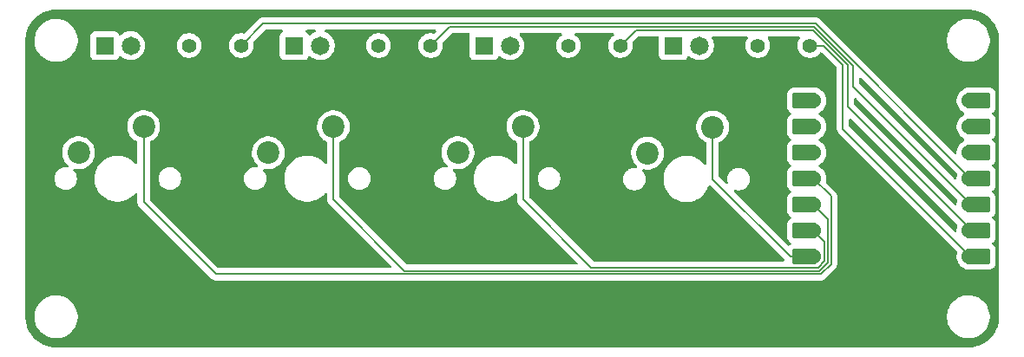
<source format=gbr>
%TF.GenerationSoftware,KiCad,Pcbnew,9.0.6*%
%TF.CreationDate,2025-11-15T14:27:32+00:00*%
%TF.ProjectId,keyfrick,6b657966-7269-4636-9b2e-6b696361645f,rev?*%
%TF.SameCoordinates,Original*%
%TF.FileFunction,Copper,L1,Top*%
%TF.FilePolarity,Positive*%
%FSLAX46Y46*%
G04 Gerber Fmt 4.6, Leading zero omitted, Abs format (unit mm)*
G04 Created by KiCad (PCBNEW 9.0.6) date 2025-11-15 14:27:32*
%MOMM*%
%LPD*%
G01*
G04 APERTURE LIST*
G04 Aperture macros list*
%AMRoundRect*
0 Rectangle with rounded corners*
0 $1 Rounding radius*
0 $2 $3 $4 $5 $6 $7 $8 $9 X,Y pos of 4 corners*
0 Add a 4 corners polygon primitive as box body*
4,1,4,$2,$3,$4,$5,$6,$7,$8,$9,$2,$3,0*
0 Add four circle primitives for the rounded corners*
1,1,$1+$1,$2,$3*
1,1,$1+$1,$4,$5*
1,1,$1+$1,$6,$7*
1,1,$1+$1,$8,$9*
0 Add four rect primitives between the rounded corners*
20,1,$1+$1,$2,$3,$4,$5,0*
20,1,$1+$1,$4,$5,$6,$7,0*
20,1,$1+$1,$6,$7,$8,$9,0*
20,1,$1+$1,$8,$9,$2,$3,0*%
G04 Aperture macros list end*
%TA.AperFunction,ComponentPad*%
%ADD10C,2.200000*%
%TD*%
%TA.AperFunction,ComponentPad*%
%ADD11C,1.400000*%
%TD*%
%TA.AperFunction,ComponentPad*%
%ADD12C,1.815000*%
%TD*%
%TA.AperFunction,ComponentPad*%
%ADD13R,1.815000X1.815000*%
%TD*%
%TA.AperFunction,SMDPad,CuDef*%
%ADD14RoundRect,0.152400X1.063600X0.609600X-1.063600X0.609600X-1.063600X-0.609600X1.063600X-0.609600X0*%
%TD*%
%TA.AperFunction,ComponentPad*%
%ADD15C,1.524000*%
%TD*%
%TA.AperFunction,SMDPad,CuDef*%
%ADD16RoundRect,0.152400X-1.063600X-0.609600X1.063600X-0.609600X1.063600X0.609600X-1.063600X0.609600X0*%
%TD*%
%TA.AperFunction,Conductor*%
%ADD17C,0.200000*%
%TD*%
G04 APERTURE END LIST*
D10*
%TO.P,SW3,1,1*%
%TO.N,sw3*%
X144040000Y-54920000D03*
%TO.P,SW3,2,2*%
%TO.N,GND*%
X137690000Y-57460000D03*
%TD*%
D11*
%TO.P,R3,1*%
%TO.N,Net-(D3-PadA)*%
X148460000Y-47000000D03*
%TO.P,R3,2*%
%TO.N,d3*%
X153540000Y-47000000D03*
%TD*%
D12*
%TO.P,D3,A*%
%TO.N,Net-(D3-PadA)*%
X142770000Y-47000000D03*
D13*
%TO.P,D3,C*%
%TO.N,GND*%
X140230000Y-47000000D03*
%TD*%
D10*
%TO.P,SW2,1,1*%
%TO.N,sw2*%
X125540000Y-54920000D03*
%TO.P,SW2,2,2*%
%TO.N,GND*%
X119190000Y-57460000D03*
%TD*%
D11*
%TO.P,R2,1*%
%TO.N,Net-(D2-PadA)*%
X129960000Y-47000000D03*
%TO.P,R2,2*%
%TO.N,d2*%
X135040000Y-47000000D03*
%TD*%
D10*
%TO.P,SW1,1,1*%
%TO.N,sw1*%
X107040000Y-54920000D03*
%TO.P,SW1,2,2*%
%TO.N,GND*%
X100690000Y-57460000D03*
%TD*%
D11*
%TO.P,R1,1*%
%TO.N,Net-(D1-PadA)*%
X111460000Y-47000000D03*
%TO.P,R1,2*%
%TO.N,d1*%
X116540000Y-47000000D03*
%TD*%
D12*
%TO.P,D1,A*%
%TO.N,Net-(D1-PadA)*%
X105770000Y-47000000D03*
D13*
%TO.P,D1,C*%
%TO.N,GND*%
X103230000Y-47000000D03*
%TD*%
D12*
%TO.P,D2,A*%
%TO.N,Net-(D2-PadA)*%
X124270000Y-47000000D03*
D13*
%TO.P,D2,C*%
%TO.N,GND*%
X121730000Y-47000000D03*
%TD*%
D14*
%TO.P,U1,1,GPIO26/ADC0/A0*%
%TO.N,unconnected-(U1-GPIO26{slash}ADC0{slash}A0-Pad1)*%
X171545000Y-52380000D03*
D15*
X172380000Y-52380000D03*
D14*
%TO.P,U1,2,GPIO27/ADC1/A1*%
%TO.N,unconnected-(U1-GPIO27{slash}ADC1{slash}A1-Pad2)*%
X171545000Y-54920000D03*
D15*
X172380000Y-54920000D03*
D14*
%TO.P,U1,3,GPIO28/ADC2/A2*%
%TO.N,unconnected-(U1-GPIO28{slash}ADC2{slash}A2-Pad3)*%
X171545000Y-57460000D03*
D15*
X172380000Y-57460000D03*
D14*
%TO.P,U1,4,GPIO29/ADC3/A3*%
%TO.N,sw1*%
X171545000Y-60000000D03*
D15*
X172380000Y-60000000D03*
D14*
%TO.P,U1,5,GPIO6/SDA*%
%TO.N,sw2*%
X171545000Y-62540000D03*
D15*
X172380000Y-62540000D03*
D14*
%TO.P,U1,6,GPIO7/SCL*%
%TO.N,sw3*%
X171545000Y-65080000D03*
D15*
X172380000Y-65080000D03*
D14*
%TO.P,U1,7,GPIO0/TX*%
%TO.N,sw4*%
X171545000Y-67620000D03*
D15*
X172380000Y-67620000D03*
%TO.P,U1,8,GPIO1/RX*%
%TO.N,d4*%
X187620000Y-67620000D03*
D16*
X188455000Y-67620000D03*
D15*
%TO.P,U1,9,GPIO2/SCK*%
%TO.N,d3*%
X187620000Y-65080000D03*
D16*
X188455000Y-65080000D03*
D15*
%TO.P,U1,10,GPIO4/MISO*%
%TO.N,d2*%
X187620000Y-62540000D03*
D16*
X188455000Y-62540000D03*
D15*
%TO.P,U1,11,GPIO3/MOSI*%
%TO.N,d1*%
X187620000Y-60000000D03*
D16*
X188455000Y-60000000D03*
D15*
%TO.P,U1,12,3V3*%
%TO.N,unconnected-(U1-3V3-Pad12)*%
X187620000Y-57460000D03*
D16*
X188455000Y-57460000D03*
D15*
%TO.P,U1,13,GND*%
%TO.N,GND*%
X187620000Y-54920000D03*
D16*
X188455000Y-54920000D03*
D15*
%TO.P,U1,14,VBUS*%
%TO.N,unconnected-(U1-VBUS-Pad14)*%
X187620000Y-52380000D03*
D16*
X188455000Y-52380000D03*
%TD*%
D11*
%TO.P,R4,1*%
%TO.N,Net-(D4-PadA)*%
X166960000Y-47000000D03*
%TO.P,R4,2*%
%TO.N,d4*%
X172040000Y-47000000D03*
%TD*%
D12*
%TO.P,D4,A*%
%TO.N,Net-(D4-PadA)*%
X161270000Y-47000000D03*
D13*
%TO.P,D4,C*%
%TO.N,GND*%
X158730000Y-47000000D03*
%TD*%
D10*
%TO.P,SW4,1,1*%
%TO.N,sw4*%
X162540000Y-54960000D03*
%TO.P,SW4,2,2*%
%TO.N,GND*%
X156190000Y-57500000D03*
%TD*%
D17*
%TO.N,d1*%
X172594000Y-44844000D02*
X118696000Y-44844000D01*
X187620000Y-60000000D02*
X187620000Y-59870000D01*
X118696000Y-44844000D02*
X116540000Y-47000000D01*
X187620000Y-59870000D02*
X172594000Y-44844000D01*
%TO.N,d2*%
X176250000Y-48963862D02*
X172458138Y-45172000D01*
X136868000Y-45172000D02*
X135040000Y-47000000D01*
X172458138Y-45172000D02*
X136868000Y-45172000D01*
X188455000Y-62540000D02*
X187790000Y-62540000D01*
X187790000Y-62540000D02*
X176250000Y-51000000D01*
X176250000Y-51000000D02*
X176250000Y-48963862D01*
%TO.N,d3*%
X175750000Y-48927724D02*
X175750000Y-53000000D01*
X187830000Y-65080000D02*
X188455000Y-65080000D01*
X175750000Y-53000000D02*
X187830000Y-65080000D01*
X155040000Y-45500000D02*
X172322276Y-45500000D01*
X172322276Y-45500000D02*
X175750000Y-48927724D01*
X153540000Y-47000000D02*
X155040000Y-45500000D01*
%TO.N,d4*%
X175250000Y-55125000D02*
X175250000Y-48891586D01*
X187620000Y-67495000D02*
X175250000Y-55125000D01*
X172040000Y-47000000D02*
X172040000Y-46460000D01*
X175250000Y-48891586D02*
X173358414Y-47000000D01*
X187620000Y-67620000D02*
X187620000Y-67495000D01*
X173358414Y-47000000D02*
X172040000Y-47000000D01*
%TO.N,sw1*%
X174099000Y-68332034D02*
X173092034Y-69339000D01*
X174099000Y-61719000D02*
X174099000Y-68332034D01*
X107040000Y-62290000D02*
X107040000Y-54920000D01*
X173092034Y-69339000D02*
X114089000Y-69339000D01*
X172380000Y-60000000D02*
X174099000Y-61719000D01*
X114089000Y-69339000D02*
X107040000Y-62290000D01*
%TO.N,sw2*%
X132511000Y-69011000D02*
X125540000Y-62040000D01*
X125540000Y-62040000D02*
X125540000Y-54920000D01*
X173771000Y-68196172D02*
X172956172Y-69011000D01*
X172380000Y-62540000D02*
X173771000Y-63931000D01*
X172956172Y-69011000D02*
X132511000Y-69011000D01*
X173771000Y-63931000D02*
X173771000Y-68196172D01*
%TO.N,sw3*%
X173443000Y-66143000D02*
X172380000Y-65080000D01*
X144040000Y-62040000D02*
X150683000Y-68683000D01*
X172820310Y-68683000D02*
X173443000Y-68060310D01*
X173443000Y-68060310D02*
X173443000Y-66143000D01*
X144040000Y-54920000D02*
X144040000Y-62040000D01*
X150683000Y-68683000D02*
X172820310Y-68683000D01*
%TO.N,sw4*%
X162540000Y-60040000D02*
X170120000Y-67620000D01*
X170120000Y-67620000D02*
X171545000Y-67620000D01*
X162540000Y-54960000D02*
X162540000Y-60040000D01*
%TD*%
%TA.AperFunction,NonConductor*%
G36*
X187503244Y-43500670D02*
G01*
X187807046Y-43516592D01*
X187819953Y-43517949D01*
X187951089Y-43538718D01*
X188117209Y-43565028D01*
X188129896Y-43567724D01*
X188420625Y-43645625D01*
X188432965Y-43649635D01*
X188713938Y-43757490D01*
X188725790Y-43762767D01*
X188993968Y-43899411D01*
X189005199Y-43905896D01*
X189257608Y-44069812D01*
X189268109Y-44077441D01*
X189502010Y-44266850D01*
X189511655Y-44275535D01*
X189724464Y-44488344D01*
X189733149Y-44497989D01*
X189922558Y-44731890D01*
X189930187Y-44742391D01*
X190094101Y-44994796D01*
X190100591Y-45006036D01*
X190237231Y-45274206D01*
X190242510Y-45286064D01*
X190350363Y-45567033D01*
X190354374Y-45579376D01*
X190432273Y-45870097D01*
X190434971Y-45882794D01*
X190482050Y-46180046D01*
X190483407Y-46192953D01*
X190499330Y-46496756D01*
X190499500Y-46503246D01*
X190499500Y-73496753D01*
X190499330Y-73503243D01*
X190483407Y-73807046D01*
X190482050Y-73819953D01*
X190434971Y-74117205D01*
X190432273Y-74129902D01*
X190354374Y-74420623D01*
X190350363Y-74432966D01*
X190242510Y-74713935D01*
X190237231Y-74725793D01*
X190100591Y-74993963D01*
X190094101Y-75005203D01*
X189930187Y-75257608D01*
X189922558Y-75268109D01*
X189733149Y-75502010D01*
X189724464Y-75511655D01*
X189511655Y-75724464D01*
X189502010Y-75733149D01*
X189268109Y-75922558D01*
X189257608Y-75930187D01*
X189005203Y-76094101D01*
X188993963Y-76100591D01*
X188725793Y-76237231D01*
X188713935Y-76242510D01*
X188432966Y-76350363D01*
X188420623Y-76354374D01*
X188129902Y-76432273D01*
X188117205Y-76434971D01*
X187819953Y-76482050D01*
X187807046Y-76483407D01*
X187503244Y-76499330D01*
X187496754Y-76499500D01*
X98503246Y-76499500D01*
X98496756Y-76499330D01*
X98192953Y-76483407D01*
X98180046Y-76482050D01*
X97882794Y-76434971D01*
X97870097Y-76432273D01*
X97579376Y-76354374D01*
X97567033Y-76350363D01*
X97286064Y-76242510D01*
X97274206Y-76237231D01*
X97006036Y-76100591D01*
X96994796Y-76094101D01*
X96742391Y-75930187D01*
X96731890Y-75922558D01*
X96497989Y-75733149D01*
X96488344Y-75724464D01*
X96275535Y-75511655D01*
X96266850Y-75502010D01*
X96077441Y-75268109D01*
X96069812Y-75257608D01*
X96065033Y-75250249D01*
X95905896Y-75005199D01*
X95899408Y-74993963D01*
X95845380Y-74887928D01*
X95762767Y-74725790D01*
X95757489Y-74713935D01*
X95649636Y-74432966D01*
X95645625Y-74420623D01*
X95622968Y-74336066D01*
X95567724Y-74129896D01*
X95565028Y-74117205D01*
X95517949Y-73819953D01*
X95516592Y-73807046D01*
X95500670Y-73503243D01*
X95500500Y-73496753D01*
X95500500Y-73362332D01*
X96399500Y-73362332D01*
X96399500Y-73637667D01*
X96399501Y-73637684D01*
X96435438Y-73910655D01*
X96435439Y-73910660D01*
X96435440Y-73910666D01*
X96435441Y-73910668D01*
X96506704Y-74176630D01*
X96612075Y-74431017D01*
X96612080Y-74431028D01*
X96691809Y-74569121D01*
X96749751Y-74669479D01*
X96749753Y-74669482D01*
X96749754Y-74669483D01*
X96917370Y-74887926D01*
X96917376Y-74887933D01*
X97112066Y-75082623D01*
X97112072Y-75082628D01*
X97330521Y-75250249D01*
X97483778Y-75338732D01*
X97568971Y-75387919D01*
X97568976Y-75387921D01*
X97568979Y-75387923D01*
X97823368Y-75493295D01*
X98089334Y-75564560D01*
X98362326Y-75600500D01*
X98362333Y-75600500D01*
X98637667Y-75600500D01*
X98637674Y-75600500D01*
X98910666Y-75564560D01*
X99176632Y-75493295D01*
X99431021Y-75387923D01*
X99669479Y-75250249D01*
X99887928Y-75082628D01*
X100082628Y-74887928D01*
X100250249Y-74669479D01*
X100387923Y-74431021D01*
X100493295Y-74176632D01*
X100564560Y-73910666D01*
X100600500Y-73637674D01*
X100600500Y-73362332D01*
X185399500Y-73362332D01*
X185399500Y-73637667D01*
X185399501Y-73637684D01*
X185435438Y-73910655D01*
X185435439Y-73910660D01*
X185435440Y-73910666D01*
X185435441Y-73910668D01*
X185506704Y-74176630D01*
X185612075Y-74431017D01*
X185612080Y-74431028D01*
X185691809Y-74569121D01*
X185749751Y-74669479D01*
X185749753Y-74669482D01*
X185749754Y-74669483D01*
X185917370Y-74887926D01*
X185917376Y-74887933D01*
X186112066Y-75082623D01*
X186112072Y-75082628D01*
X186330521Y-75250249D01*
X186483778Y-75338732D01*
X186568971Y-75387919D01*
X186568976Y-75387921D01*
X186568979Y-75387923D01*
X186823368Y-75493295D01*
X187089334Y-75564560D01*
X187362326Y-75600500D01*
X187362333Y-75600500D01*
X187637667Y-75600500D01*
X187637674Y-75600500D01*
X187910666Y-75564560D01*
X188176632Y-75493295D01*
X188431021Y-75387923D01*
X188669479Y-75250249D01*
X188887928Y-75082628D01*
X189082628Y-74887928D01*
X189250249Y-74669479D01*
X189387923Y-74431021D01*
X189493295Y-74176632D01*
X189564560Y-73910666D01*
X189600500Y-73637674D01*
X189600500Y-73362326D01*
X189564560Y-73089334D01*
X189493295Y-72823368D01*
X189387923Y-72568979D01*
X189387921Y-72568976D01*
X189387919Y-72568971D01*
X189338732Y-72483778D01*
X189250249Y-72330521D01*
X189082628Y-72112072D01*
X189082623Y-72112066D01*
X188887933Y-71917376D01*
X188887926Y-71917370D01*
X188669483Y-71749754D01*
X188669482Y-71749753D01*
X188669479Y-71749751D01*
X188574407Y-71694861D01*
X188431028Y-71612080D01*
X188431017Y-71612075D01*
X188176630Y-71506704D01*
X188043649Y-71471072D01*
X187910666Y-71435440D01*
X187910660Y-71435439D01*
X187910655Y-71435438D01*
X187637684Y-71399501D01*
X187637679Y-71399500D01*
X187637674Y-71399500D01*
X187362326Y-71399500D01*
X187362320Y-71399500D01*
X187362315Y-71399501D01*
X187089344Y-71435438D01*
X187089337Y-71435439D01*
X187089334Y-71435440D01*
X187033125Y-71450500D01*
X186823369Y-71506704D01*
X186568982Y-71612075D01*
X186568971Y-71612080D01*
X186330516Y-71749754D01*
X186112073Y-71917370D01*
X186112066Y-71917376D01*
X185917376Y-72112066D01*
X185917370Y-72112073D01*
X185749754Y-72330516D01*
X185612080Y-72568971D01*
X185612075Y-72568982D01*
X185506704Y-72823369D01*
X185435441Y-73089331D01*
X185435438Y-73089344D01*
X185399501Y-73362315D01*
X185399500Y-73362332D01*
X100600500Y-73362332D01*
X100600500Y-73362326D01*
X100564560Y-73089334D01*
X100493295Y-72823368D01*
X100387923Y-72568979D01*
X100387921Y-72568976D01*
X100387919Y-72568971D01*
X100338732Y-72483778D01*
X100250249Y-72330521D01*
X100082628Y-72112072D01*
X100082623Y-72112066D01*
X99887933Y-71917376D01*
X99887926Y-71917370D01*
X99669483Y-71749754D01*
X99669482Y-71749753D01*
X99669479Y-71749751D01*
X99574407Y-71694861D01*
X99431028Y-71612080D01*
X99431017Y-71612075D01*
X99176630Y-71506704D01*
X99043649Y-71471072D01*
X98910666Y-71435440D01*
X98910660Y-71435439D01*
X98910655Y-71435438D01*
X98637684Y-71399501D01*
X98637679Y-71399500D01*
X98637674Y-71399500D01*
X98362326Y-71399500D01*
X98362320Y-71399500D01*
X98362315Y-71399501D01*
X98089344Y-71435438D01*
X98089337Y-71435439D01*
X98089334Y-71435440D01*
X98033125Y-71450500D01*
X97823369Y-71506704D01*
X97568982Y-71612075D01*
X97568971Y-71612080D01*
X97330516Y-71749754D01*
X97112073Y-71917370D01*
X97112066Y-71917376D01*
X96917376Y-72112066D01*
X96917370Y-72112073D01*
X96749754Y-72330516D01*
X96612080Y-72568971D01*
X96612075Y-72568982D01*
X96506704Y-72823369D01*
X96435441Y-73089331D01*
X96435438Y-73089344D01*
X96399501Y-73362315D01*
X96399500Y-73362332D01*
X95500500Y-73362332D01*
X95500500Y-59913389D01*
X98319500Y-59913389D01*
X98319500Y-60086611D01*
X98346598Y-60257701D01*
X98400127Y-60422445D01*
X98478768Y-60576788D01*
X98580586Y-60716928D01*
X98703072Y-60839414D01*
X98843212Y-60941232D01*
X98997555Y-61019873D01*
X99162299Y-61073402D01*
X99333389Y-61100500D01*
X99333390Y-61100500D01*
X99506610Y-61100500D01*
X99506611Y-61100500D01*
X99677701Y-61073402D01*
X99842445Y-61019873D01*
X99996788Y-60941232D01*
X100136928Y-60839414D01*
X100259414Y-60716928D01*
X100361232Y-60576788D01*
X100439873Y-60422445D01*
X100493402Y-60257701D01*
X100520500Y-60086611D01*
X100520500Y-59913389D01*
X100510854Y-59852486D01*
X102249500Y-59852486D01*
X102249500Y-60147513D01*
X102269635Y-60300448D01*
X102288007Y-60439993D01*
X102362212Y-60716930D01*
X102364361Y-60724951D01*
X102364364Y-60724961D01*
X102477254Y-60997500D01*
X102477258Y-60997510D01*
X102624761Y-61252993D01*
X102804352Y-61487040D01*
X102804358Y-61487047D01*
X103012952Y-61695641D01*
X103012959Y-61695647D01*
X103247006Y-61875238D01*
X103502489Y-62022741D01*
X103502490Y-62022741D01*
X103502493Y-62022743D01*
X103634891Y-62077584D01*
X103744539Y-62123002D01*
X103775048Y-62135639D01*
X104060007Y-62211993D01*
X104352494Y-62250500D01*
X104352501Y-62250500D01*
X104647499Y-62250500D01*
X104647506Y-62250500D01*
X104939993Y-62211993D01*
X105224952Y-62135639D01*
X105497507Y-62022743D01*
X105752994Y-61875238D01*
X105987042Y-61695646D01*
X106195646Y-61487042D01*
X106217124Y-61459052D01*
X106273552Y-61417849D01*
X106343298Y-61413694D01*
X106404218Y-61447906D01*
X106436971Y-61509624D01*
X106439500Y-61534538D01*
X106439500Y-62203330D01*
X106439499Y-62203348D01*
X106439499Y-62369054D01*
X106439498Y-62369054D01*
X106480084Y-62520520D01*
X106480423Y-62521785D01*
X106509240Y-62571697D01*
X106509358Y-62571900D01*
X106509359Y-62571904D01*
X106509360Y-62571904D01*
X106559479Y-62658714D01*
X106559481Y-62658717D01*
X106678349Y-62777585D01*
X106678355Y-62777590D01*
X113604139Y-69703374D01*
X113604149Y-69703385D01*
X113608479Y-69707715D01*
X113608480Y-69707716D01*
X113720284Y-69819520D01*
X113720286Y-69819521D01*
X113720290Y-69819524D01*
X113857209Y-69898573D01*
X113857216Y-69898577D01*
X113969019Y-69928534D01*
X114009942Y-69939500D01*
X114009943Y-69939500D01*
X173005365Y-69939500D01*
X173005381Y-69939501D01*
X173012977Y-69939501D01*
X173171088Y-69939501D01*
X173171091Y-69939501D01*
X173323819Y-69898577D01*
X173373938Y-69869639D01*
X173460750Y-69819520D01*
X173572554Y-69707716D01*
X173572554Y-69707714D01*
X173582762Y-69697507D01*
X173582764Y-69697504D01*
X174457506Y-68822762D01*
X174457511Y-68822758D01*
X174467714Y-68812554D01*
X174467716Y-68812554D01*
X174579520Y-68700750D01*
X174635411Y-68603943D01*
X174658577Y-68563819D01*
X174699501Y-68411091D01*
X174699501Y-68252977D01*
X174699501Y-68245382D01*
X174699500Y-68245364D01*
X174699500Y-61639945D01*
X174699500Y-61639943D01*
X174669251Y-61527053D01*
X174658577Y-61487215D01*
X174614232Y-61410408D01*
X174579520Y-61350284D01*
X174467716Y-61238480D01*
X174467715Y-61238479D01*
X174463385Y-61234149D01*
X174463374Y-61234139D01*
X173643762Y-60414527D01*
X173610277Y-60353204D01*
X173610843Y-60300478D01*
X173610651Y-60300448D01*
X173610857Y-60299143D01*
X173610871Y-60297891D01*
X173611409Y-60295646D01*
X173611413Y-60295636D01*
X173642500Y-60099361D01*
X173642500Y-59900639D01*
X173611413Y-59704364D01*
X173550005Y-59515368D01*
X173550005Y-59515367D01*
X173459786Y-59338305D01*
X173342981Y-59177536D01*
X173202464Y-59037019D01*
X173180396Y-59020986D01*
X173122938Y-58979240D01*
X173116175Y-58973960D01*
X173112000Y-58970461D01*
X173011947Y-58870408D01*
X172946259Y-58831560D01*
X172938477Y-58825038D01*
X172924510Y-58804073D01*
X172907321Y-58785663D01*
X172905471Y-58775492D01*
X172899740Y-58766890D01*
X172899324Y-58741702D01*
X172894817Y-58716921D01*
X172898758Y-58707366D01*
X172898588Y-58697030D01*
X172911856Y-58675616D01*
X172921462Y-58652332D01*
X172931874Y-58643309D01*
X172935389Y-58637638D01*
X172942127Y-58634425D01*
X172955004Y-58623268D01*
X173011947Y-58589592D01*
X173108148Y-58493389D01*
X173122939Y-58480758D01*
X173202464Y-58422981D01*
X173342981Y-58282464D01*
X173459787Y-58121694D01*
X173550005Y-57944632D01*
X173611413Y-57755636D01*
X173642500Y-57559361D01*
X173642500Y-57360639D01*
X173611413Y-57164364D01*
X173550005Y-56975368D01*
X173550005Y-56975367D01*
X173459786Y-56798305D01*
X173342981Y-56637536D01*
X173202464Y-56497019D01*
X173122937Y-56439239D01*
X173116175Y-56433960D01*
X173112000Y-56430461D01*
X173011947Y-56330408D01*
X172946259Y-56291560D01*
X172938477Y-56285038D01*
X172924510Y-56264073D01*
X172907321Y-56245663D01*
X172905471Y-56235492D01*
X172899740Y-56226890D01*
X172899324Y-56201702D01*
X172894817Y-56176921D01*
X172898758Y-56167366D01*
X172898588Y-56157030D01*
X172911856Y-56135616D01*
X172921462Y-56112332D01*
X172931874Y-56103309D01*
X172935389Y-56097638D01*
X172942127Y-56094425D01*
X172955004Y-56083268D01*
X173011947Y-56049592D01*
X173108148Y-55953389D01*
X173122939Y-55940758D01*
X173125483Y-55938910D01*
X173202464Y-55882981D01*
X173342981Y-55742464D01*
X173459787Y-55581694D01*
X173550005Y-55404632D01*
X173611413Y-55215636D01*
X173642500Y-55019361D01*
X173642500Y-54820639D01*
X173611413Y-54624364D01*
X173550005Y-54435368D01*
X173550005Y-54435367D01*
X173459786Y-54258305D01*
X173453096Y-54249097D01*
X173342981Y-54097536D01*
X173202464Y-53957019D01*
X173192438Y-53949735D01*
X173122938Y-53899240D01*
X173116175Y-53893960D01*
X173112000Y-53890461D01*
X173011947Y-53790408D01*
X172946259Y-53751560D01*
X172938477Y-53745038D01*
X172924510Y-53724073D01*
X172907321Y-53705663D01*
X172905471Y-53695492D01*
X172899740Y-53686890D01*
X172899324Y-53661702D01*
X172894817Y-53636921D01*
X172898758Y-53627366D01*
X172898588Y-53617030D01*
X172911856Y-53595616D01*
X172921462Y-53572332D01*
X172931874Y-53563309D01*
X172935389Y-53557638D01*
X172942127Y-53554425D01*
X172955004Y-53543268D01*
X173011947Y-53509592D01*
X173108148Y-53413389D01*
X173122939Y-53400758D01*
X173125483Y-53398910D01*
X173202464Y-53342981D01*
X173342981Y-53202464D01*
X173459787Y-53041694D01*
X173550005Y-52864632D01*
X173611413Y-52675636D01*
X173642500Y-52479361D01*
X173642500Y-52280639D01*
X173611413Y-52084364D01*
X173550005Y-51895368D01*
X173550005Y-51895367D01*
X173459786Y-51718305D01*
X173342981Y-51557536D01*
X173202464Y-51417019D01*
X173122937Y-51359239D01*
X173108147Y-51346608D01*
X173011947Y-51250408D01*
X173011946Y-51250407D01*
X173011943Y-51250405D01*
X172869957Y-51166435D01*
X172869954Y-51166434D01*
X172711552Y-51120413D01*
X172711546Y-51120412D01*
X172674541Y-51117500D01*
X172674534Y-51117500D01*
X170415466Y-51117500D01*
X170415458Y-51117500D01*
X170378453Y-51120412D01*
X170378447Y-51120413D01*
X170220045Y-51166434D01*
X170220042Y-51166435D01*
X170078056Y-51250405D01*
X170078047Y-51250412D01*
X169961412Y-51367047D01*
X169961405Y-51367056D01*
X169877435Y-51509042D01*
X169877434Y-51509045D01*
X169831413Y-51667447D01*
X169831412Y-51667453D01*
X169828500Y-51704458D01*
X169828500Y-53055541D01*
X169831412Y-53092546D01*
X169831413Y-53092552D01*
X169877434Y-53250954D01*
X169877435Y-53250957D01*
X169961405Y-53392943D01*
X169961412Y-53392952D01*
X170078047Y-53509587D01*
X170078050Y-53509589D01*
X170078053Y-53509592D01*
X170134996Y-53543268D01*
X170182679Y-53594338D01*
X170195182Y-53663079D01*
X170168536Y-53727669D01*
X170134996Y-53756732D01*
X170078053Y-53790408D01*
X170078047Y-53790412D01*
X169961412Y-53907047D01*
X169961405Y-53907056D01*
X169877435Y-54049042D01*
X169877434Y-54049045D01*
X169831413Y-54207447D01*
X169831412Y-54207453D01*
X169828500Y-54244458D01*
X169828500Y-55595541D01*
X169831412Y-55632546D01*
X169831413Y-55632552D01*
X169877434Y-55790954D01*
X169877435Y-55790957D01*
X169961405Y-55932943D01*
X169961412Y-55932952D01*
X170078047Y-56049587D01*
X170078050Y-56049589D01*
X170078053Y-56049592D01*
X170134996Y-56083268D01*
X170182679Y-56134338D01*
X170195182Y-56203079D01*
X170168536Y-56267669D01*
X170134996Y-56296732D01*
X170078053Y-56330408D01*
X170078047Y-56330412D01*
X169961412Y-56447047D01*
X169961405Y-56447056D01*
X169877435Y-56589042D01*
X169877434Y-56589045D01*
X169831413Y-56747447D01*
X169831412Y-56747453D01*
X169828500Y-56784458D01*
X169828500Y-58135541D01*
X169831412Y-58172546D01*
X169831413Y-58172552D01*
X169877434Y-58330954D01*
X169877435Y-58330957D01*
X169961405Y-58472943D01*
X169961412Y-58472952D01*
X170078047Y-58589587D01*
X170078050Y-58589589D01*
X170078053Y-58589592D01*
X170134996Y-58623268D01*
X170182679Y-58674338D01*
X170195182Y-58743079D01*
X170168536Y-58807669D01*
X170134996Y-58836732D01*
X170078053Y-58870408D01*
X170078047Y-58870412D01*
X169961412Y-58987047D01*
X169961405Y-58987056D01*
X169877435Y-59129042D01*
X169877434Y-59129045D01*
X169831413Y-59287447D01*
X169831412Y-59287453D01*
X169828500Y-59324458D01*
X169828500Y-60675541D01*
X169831412Y-60712546D01*
X169831413Y-60712552D01*
X169877434Y-60870954D01*
X169877435Y-60870957D01*
X169961405Y-61012943D01*
X169961412Y-61012952D01*
X170078047Y-61129587D01*
X170078050Y-61129589D01*
X170078053Y-61129592D01*
X170134996Y-61163268D01*
X170182679Y-61214338D01*
X170195182Y-61283079D01*
X170168536Y-61347669D01*
X170134996Y-61376731D01*
X170078056Y-61410406D01*
X170078053Y-61410408D01*
X170078047Y-61410412D01*
X169961412Y-61527047D01*
X169961405Y-61527056D01*
X169877435Y-61669042D01*
X169877434Y-61669045D01*
X169831413Y-61827447D01*
X169831412Y-61827453D01*
X169828500Y-61864458D01*
X169828500Y-63215541D01*
X169831412Y-63252546D01*
X169831413Y-63252552D01*
X169877434Y-63410954D01*
X169877435Y-63410957D01*
X169961405Y-63552943D01*
X169961412Y-63552952D01*
X170078047Y-63669587D01*
X170078050Y-63669589D01*
X170078053Y-63669592D01*
X170134996Y-63703268D01*
X170182679Y-63754338D01*
X170195182Y-63823079D01*
X170168536Y-63887669D01*
X170134996Y-63916732D01*
X170078053Y-63950408D01*
X170078047Y-63950412D01*
X169961412Y-64067047D01*
X169961405Y-64067056D01*
X169877435Y-64209042D01*
X169877434Y-64209045D01*
X169831413Y-64367447D01*
X169831412Y-64367453D01*
X169828500Y-64404458D01*
X169828500Y-65755541D01*
X169831412Y-65792546D01*
X169831413Y-65792552D01*
X169877434Y-65950954D01*
X169877435Y-65950957D01*
X169961405Y-66092943D01*
X169961412Y-66092952D01*
X170078047Y-66209587D01*
X170078050Y-66209589D01*
X170078053Y-66209592D01*
X170134996Y-66243268D01*
X170157535Y-66267408D01*
X170180828Y-66290796D01*
X170181264Y-66292823D01*
X170182679Y-66294338D01*
X170188585Y-66326810D01*
X170195540Y-66359099D01*
X170194811Y-66361040D01*
X170195182Y-66363079D01*
X170182594Y-66393591D01*
X170170989Y-66424513D01*
X170169164Y-66426146D01*
X170168536Y-66427669D01*
X170145981Y-66449419D01*
X170140680Y-66453369D01*
X170078053Y-66490408D01*
X170040170Y-66528290D01*
X170032955Y-66533669D01*
X170008289Y-66542811D01*
X169985206Y-66555416D01*
X169976049Y-66554761D01*
X169967441Y-66557952D01*
X169941751Y-66552308D01*
X169915514Y-66550432D01*
X169906322Y-66544525D01*
X169899199Y-66542960D01*
X169890860Y-66534587D01*
X169871167Y-66521931D01*
X164654748Y-61305512D01*
X164621263Y-61244189D01*
X164626247Y-61174497D01*
X164668119Y-61118564D01*
X164733583Y-61094147D01*
X164780742Y-61099899D01*
X164822299Y-61113402D01*
X164993389Y-61140500D01*
X164993390Y-61140500D01*
X165166610Y-61140500D01*
X165166611Y-61140500D01*
X165337701Y-61113402D01*
X165502445Y-61059873D01*
X165656788Y-60981232D01*
X165796928Y-60879414D01*
X165919414Y-60756928D01*
X166021232Y-60616788D01*
X166099873Y-60462445D01*
X166153402Y-60297701D01*
X166180500Y-60126611D01*
X166180500Y-59953389D01*
X166153402Y-59782299D01*
X166099873Y-59617555D01*
X166021232Y-59463212D01*
X165919414Y-59323072D01*
X165796928Y-59200586D01*
X165656788Y-59098768D01*
X165502445Y-59020127D01*
X165337701Y-58966598D01*
X165337699Y-58966597D01*
X165337698Y-58966597D01*
X165206271Y-58945781D01*
X165166611Y-58939500D01*
X164993389Y-58939500D01*
X164953728Y-58945781D01*
X164822302Y-58966597D01*
X164657552Y-59020128D01*
X164503211Y-59098768D01*
X164461539Y-59129045D01*
X164363072Y-59200586D01*
X164363070Y-59200588D01*
X164363069Y-59200588D01*
X164240588Y-59323069D01*
X164240588Y-59323070D01*
X164240586Y-59323072D01*
X164229519Y-59338305D01*
X164138768Y-59463211D01*
X164060128Y-59617552D01*
X164006597Y-59782302D01*
X163979500Y-59953389D01*
X163979500Y-60126611D01*
X163982811Y-60147513D01*
X164006597Y-60297698D01*
X164020099Y-60339252D01*
X164022094Y-60409093D01*
X163986014Y-60468926D01*
X163923313Y-60499754D01*
X163853898Y-60491789D01*
X163814487Y-60465251D01*
X163176819Y-59827583D01*
X163143334Y-59766260D01*
X163140500Y-59739902D01*
X163140500Y-56526300D01*
X163160185Y-56459261D01*
X163208204Y-56415815D01*
X163378845Y-56328870D01*
X163582656Y-56180793D01*
X163760793Y-56002656D01*
X163908870Y-55798845D01*
X164023241Y-55574379D01*
X164101090Y-55334785D01*
X164140500Y-55085962D01*
X164140500Y-54834038D01*
X164101090Y-54585215D01*
X164023241Y-54345621D01*
X164023239Y-54345618D01*
X164023239Y-54345616D01*
X163974060Y-54249097D01*
X163908870Y-54121155D01*
X163879808Y-54081155D01*
X163760798Y-53917350D01*
X163760794Y-53917345D01*
X163582654Y-53739205D01*
X163582649Y-53739201D01*
X163378848Y-53591132D01*
X163378847Y-53591131D01*
X163378845Y-53591130D01*
X163306807Y-53554425D01*
X163154383Y-53476760D01*
X162914785Y-53398910D01*
X162877111Y-53392943D01*
X162665962Y-53359500D01*
X162414038Y-53359500D01*
X162289626Y-53379205D01*
X162165214Y-53398910D01*
X161925616Y-53476760D01*
X161701151Y-53591132D01*
X161497350Y-53739201D01*
X161497345Y-53739205D01*
X161319205Y-53917345D01*
X161319201Y-53917350D01*
X161171132Y-54121151D01*
X161056760Y-54345616D01*
X160978910Y-54585214D01*
X160939500Y-54834038D01*
X160939500Y-55085961D01*
X160978910Y-55334785D01*
X161056760Y-55574383D01*
X161135413Y-55728747D01*
X161167109Y-55790954D01*
X161171132Y-55798848D01*
X161319201Y-56002649D01*
X161319205Y-56002654D01*
X161497345Y-56180794D01*
X161497350Y-56180798D01*
X161656921Y-56296732D01*
X161701155Y-56328870D01*
X161871795Y-56415815D01*
X161922591Y-56463789D01*
X161939500Y-56526300D01*
X161939500Y-58505461D01*
X161919815Y-58572500D01*
X161867011Y-58618255D01*
X161797853Y-58628199D01*
X161734297Y-58599174D01*
X161717125Y-58580949D01*
X161695644Y-58552955D01*
X161487047Y-58344358D01*
X161487040Y-58344352D01*
X161252993Y-58164761D01*
X160997510Y-58017258D01*
X160997500Y-58017254D01*
X160724961Y-57904364D01*
X160724954Y-57904362D01*
X160724952Y-57904361D01*
X160439993Y-57828007D01*
X160391113Y-57821571D01*
X160147513Y-57789500D01*
X160147506Y-57789500D01*
X159852494Y-57789500D01*
X159852486Y-57789500D01*
X159574085Y-57826153D01*
X159560007Y-57828007D01*
X159424331Y-57864361D01*
X159275048Y-57904361D01*
X159275038Y-57904364D01*
X159002499Y-58017254D01*
X159002489Y-58017258D01*
X158747006Y-58164761D01*
X158512959Y-58344352D01*
X158512952Y-58344358D01*
X158304358Y-58552952D01*
X158304352Y-58552959D01*
X158124761Y-58787006D01*
X157977258Y-59042489D01*
X157977254Y-59042499D01*
X157864364Y-59315038D01*
X157864361Y-59315048D01*
X157788008Y-59600004D01*
X157788006Y-59600015D01*
X157749500Y-59892486D01*
X157749500Y-60187513D01*
X157772335Y-60360954D01*
X157788007Y-60479993D01*
X157862212Y-60756930D01*
X157864361Y-60764951D01*
X157864364Y-60764961D01*
X157977254Y-61037500D01*
X157977258Y-61037510D01*
X158124761Y-61292993D01*
X158304352Y-61527040D01*
X158304358Y-61527047D01*
X158512952Y-61735641D01*
X158512959Y-61735647D01*
X158747006Y-61915238D01*
X159002489Y-62062741D01*
X159002490Y-62062741D01*
X159002493Y-62062743D01*
X159275048Y-62175639D01*
X159560007Y-62251993D01*
X159852494Y-62290500D01*
X159852501Y-62290500D01*
X160147499Y-62290500D01*
X160147506Y-62290500D01*
X160439993Y-62251993D01*
X160724952Y-62175639D01*
X160997507Y-62062743D01*
X161252994Y-61915238D01*
X161487042Y-61735646D01*
X161695646Y-61527042D01*
X161875238Y-61292994D01*
X162022743Y-61037507D01*
X162135639Y-60764952D01*
X162139238Y-60751516D01*
X162175601Y-60691858D01*
X162238447Y-60661327D01*
X162307822Y-60669620D01*
X162346694Y-60695929D01*
X169521583Y-67870819D01*
X169555068Y-67932142D01*
X169550084Y-68001834D01*
X169508212Y-68057767D01*
X169442748Y-68082184D01*
X169433902Y-68082500D01*
X150983098Y-68082500D01*
X150916059Y-68062815D01*
X150895417Y-68046181D01*
X144676819Y-61827583D01*
X144643334Y-61766260D01*
X144640500Y-61739902D01*
X144640500Y-59913389D01*
X145479500Y-59913389D01*
X145479500Y-60086611D01*
X145506598Y-60257701D01*
X145560127Y-60422445D01*
X145638768Y-60576788D01*
X145740586Y-60716928D01*
X145863072Y-60839414D01*
X146003212Y-60941232D01*
X146157555Y-61019873D01*
X146322299Y-61073402D01*
X146493389Y-61100500D01*
X146493390Y-61100500D01*
X146666610Y-61100500D01*
X146666611Y-61100500D01*
X146837701Y-61073402D01*
X147002445Y-61019873D01*
X147156788Y-60941232D01*
X147296928Y-60839414D01*
X147419414Y-60716928D01*
X147521232Y-60576788D01*
X147599873Y-60422445D01*
X147653402Y-60257701D01*
X147680500Y-60086611D01*
X147680500Y-59953389D01*
X153819500Y-59953389D01*
X153819500Y-60126611D01*
X153822811Y-60147513D01*
X153846597Y-60297697D01*
X153846597Y-60297699D01*
X153846598Y-60297701D01*
X153900127Y-60462445D01*
X153978768Y-60616788D01*
X154080586Y-60756928D01*
X154203072Y-60879414D01*
X154343212Y-60981232D01*
X154497555Y-61059873D01*
X154662299Y-61113402D01*
X154833389Y-61140500D01*
X154833390Y-61140500D01*
X155006610Y-61140500D01*
X155006611Y-61140500D01*
X155177701Y-61113402D01*
X155342445Y-61059873D01*
X155496788Y-60981232D01*
X155636928Y-60879414D01*
X155759414Y-60756928D01*
X155861232Y-60616788D01*
X155939873Y-60462445D01*
X155993402Y-60297701D01*
X156020500Y-60126611D01*
X156020500Y-59953389D01*
X155993402Y-59782299D01*
X155939873Y-59617555D01*
X155861232Y-59463212D01*
X155759414Y-59323072D01*
X155707482Y-59271140D01*
X155673997Y-59209817D01*
X155678981Y-59140125D01*
X155720853Y-59084192D01*
X155786317Y-59059775D01*
X155814561Y-59060986D01*
X155815212Y-59061089D01*
X155815215Y-59061090D01*
X156064038Y-59100500D01*
X156064039Y-59100500D01*
X156315961Y-59100500D01*
X156315962Y-59100500D01*
X156564785Y-59061090D01*
X156804379Y-58983241D01*
X157028845Y-58868870D01*
X157232656Y-58720793D01*
X157410793Y-58542656D01*
X157558870Y-58338845D01*
X157673241Y-58114379D01*
X157751090Y-57874785D01*
X157790500Y-57625962D01*
X157790500Y-57374038D01*
X157751090Y-57125215D01*
X157673241Y-56885621D01*
X157673239Y-56885618D01*
X157673239Y-56885616D01*
X157628751Y-56798305D01*
X157558870Y-56661155D01*
X157529808Y-56621155D01*
X157410798Y-56457350D01*
X157410794Y-56457345D01*
X157232654Y-56279205D01*
X157232649Y-56279201D01*
X157028848Y-56131132D01*
X157028847Y-56131131D01*
X157028845Y-56131130D01*
X156956807Y-56094425D01*
X156804383Y-56016760D01*
X156564785Y-55938910D01*
X156527111Y-55932943D01*
X156315962Y-55899500D01*
X156064038Y-55899500D01*
X155939626Y-55919205D01*
X155815214Y-55938910D01*
X155575616Y-56016760D01*
X155351151Y-56131132D01*
X155147350Y-56279201D01*
X155147345Y-56279205D01*
X154969205Y-56457345D01*
X154969201Y-56457350D01*
X154821132Y-56661151D01*
X154706760Y-56885616D01*
X154628910Y-57125214D01*
X154628910Y-57125215D01*
X154589500Y-57374038D01*
X154589500Y-57625962D01*
X154615166Y-57788007D01*
X154628910Y-57874785D01*
X154706760Y-58114383D01*
X154785413Y-58268747D01*
X154817109Y-58330954D01*
X154821132Y-58338848D01*
X154969201Y-58542649D01*
X154969205Y-58542654D01*
X154969207Y-58542656D01*
X155147344Y-58720793D01*
X155147345Y-58720794D01*
X155147344Y-58720794D01*
X155153661Y-58725383D01*
X155196327Y-58780714D01*
X155202305Y-58850327D01*
X155169699Y-58912122D01*
X155108860Y-58946479D01*
X155061378Y-58948174D01*
X155006611Y-58939500D01*
X154833389Y-58939500D01*
X154793728Y-58945781D01*
X154662302Y-58966597D01*
X154497552Y-59020128D01*
X154343211Y-59098768D01*
X154301539Y-59129045D01*
X154203072Y-59200586D01*
X154203070Y-59200588D01*
X154203069Y-59200588D01*
X154080588Y-59323069D01*
X154080588Y-59323070D01*
X154080586Y-59323072D01*
X154069519Y-59338305D01*
X153978768Y-59463211D01*
X153900128Y-59617552D01*
X153846597Y-59782302D01*
X153819500Y-59953389D01*
X147680500Y-59953389D01*
X147680500Y-59913389D01*
X147653402Y-59742299D01*
X147599873Y-59577555D01*
X147521232Y-59423212D01*
X147419414Y-59283072D01*
X147296928Y-59160586D01*
X147156788Y-59058768D01*
X147002445Y-58980127D01*
X146837701Y-58926598D01*
X146837699Y-58926597D01*
X146837698Y-58926597D01*
X146706271Y-58905781D01*
X146666611Y-58899500D01*
X146493389Y-58899500D01*
X146453728Y-58905781D01*
X146322302Y-58926597D01*
X146157552Y-58980128D01*
X146003211Y-59058768D01*
X145948157Y-59098768D01*
X145863072Y-59160586D01*
X145863070Y-59160588D01*
X145863069Y-59160588D01*
X145740588Y-59283069D01*
X145740588Y-59283070D01*
X145740586Y-59283072D01*
X145710506Y-59324473D01*
X145638768Y-59423211D01*
X145560128Y-59577552D01*
X145506597Y-59742302D01*
X145482811Y-59892486D01*
X145479500Y-59913389D01*
X144640500Y-59913389D01*
X144640500Y-56486300D01*
X144660185Y-56419261D01*
X144708204Y-56375815D01*
X144878845Y-56288870D01*
X145082656Y-56140793D01*
X145260793Y-55962656D01*
X145408870Y-55758845D01*
X145523241Y-55534379D01*
X145601090Y-55294785D01*
X145640500Y-55045962D01*
X145640500Y-54794038D01*
X145601090Y-54545215D01*
X145523241Y-54305621D01*
X145523239Y-54305618D01*
X145523239Y-54305616D01*
X145473219Y-54207447D01*
X145408870Y-54081155D01*
X145318680Y-53957019D01*
X145260798Y-53877350D01*
X145260794Y-53877345D01*
X145082654Y-53699205D01*
X145082649Y-53699201D01*
X144878848Y-53551132D01*
X144878847Y-53551131D01*
X144878845Y-53551130D01*
X144797312Y-53509587D01*
X144654383Y-53436760D01*
X144414785Y-53358910D01*
X144314201Y-53342979D01*
X144165962Y-53319500D01*
X143914038Y-53319500D01*
X143789626Y-53339205D01*
X143665214Y-53358910D01*
X143425616Y-53436760D01*
X143201151Y-53551132D01*
X142997350Y-53699201D01*
X142997345Y-53699205D01*
X142819205Y-53877345D01*
X142819201Y-53877350D01*
X142671132Y-54081151D01*
X142556760Y-54305616D01*
X142478910Y-54545214D01*
X142466374Y-54624362D01*
X142439500Y-54794038D01*
X142439500Y-55045962D01*
X142464540Y-55204054D01*
X142478910Y-55294785D01*
X142556760Y-55534383D01*
X142635413Y-55688747D01*
X142662784Y-55742466D01*
X142671132Y-55758848D01*
X142819201Y-55962649D01*
X142819205Y-55962654D01*
X142997345Y-56140794D01*
X142997350Y-56140798D01*
X143142749Y-56246436D01*
X143201155Y-56288870D01*
X143371795Y-56375815D01*
X143422591Y-56423789D01*
X143439500Y-56486300D01*
X143439500Y-58465461D01*
X143419815Y-58532500D01*
X143367011Y-58578255D01*
X143297853Y-58588199D01*
X143234297Y-58559174D01*
X143217125Y-58540949D01*
X143195644Y-58512955D01*
X142987047Y-58304358D01*
X142987040Y-58304352D01*
X142752993Y-58124761D01*
X142497510Y-57977258D01*
X142497500Y-57977254D01*
X142224961Y-57864364D01*
X142224954Y-57864362D01*
X142224952Y-57864361D01*
X141939993Y-57788007D01*
X141891113Y-57781571D01*
X141647513Y-57749500D01*
X141647506Y-57749500D01*
X141352494Y-57749500D01*
X141352486Y-57749500D01*
X141074085Y-57786153D01*
X141060007Y-57788007D01*
X140885428Y-57834785D01*
X140775048Y-57864361D01*
X140775038Y-57864364D01*
X140502499Y-57977254D01*
X140502489Y-57977258D01*
X140247006Y-58124761D01*
X140012959Y-58304352D01*
X140012952Y-58304358D01*
X139804358Y-58512952D01*
X139804352Y-58512959D01*
X139624761Y-58747006D01*
X139477258Y-59002489D01*
X139477254Y-59002499D01*
X139364364Y-59275038D01*
X139364361Y-59275048D01*
X139299968Y-59515370D01*
X139288008Y-59560004D01*
X139288006Y-59560015D01*
X139249500Y-59852486D01*
X139249500Y-60147513D01*
X139269635Y-60300448D01*
X139288007Y-60439993D01*
X139362212Y-60716930D01*
X139364361Y-60724951D01*
X139364364Y-60724961D01*
X139477254Y-60997500D01*
X139477258Y-60997510D01*
X139624761Y-61252993D01*
X139804352Y-61487040D01*
X139804358Y-61487047D01*
X140012952Y-61695641D01*
X140012959Y-61695647D01*
X140247006Y-61875238D01*
X140502489Y-62022741D01*
X140502490Y-62022741D01*
X140502493Y-62022743D01*
X140634891Y-62077584D01*
X140744539Y-62123002D01*
X140775048Y-62135639D01*
X141060007Y-62211993D01*
X141352494Y-62250500D01*
X141352501Y-62250500D01*
X141647499Y-62250500D01*
X141647506Y-62250500D01*
X141939993Y-62211993D01*
X142224952Y-62135639D01*
X142497507Y-62022743D01*
X142752994Y-61875238D01*
X142987042Y-61695646D01*
X143195646Y-61487042D01*
X143217124Y-61459052D01*
X143273552Y-61417849D01*
X143343298Y-61413694D01*
X143404218Y-61447906D01*
X143436971Y-61509624D01*
X143439500Y-61534538D01*
X143439500Y-61953330D01*
X143439499Y-61953348D01*
X143439499Y-62119054D01*
X143439498Y-62119054D01*
X143480424Y-62271789D01*
X143480425Y-62271790D01*
X143501455Y-62308214D01*
X143501456Y-62308216D01*
X143559475Y-62408709D01*
X143559481Y-62408717D01*
X143678349Y-62527585D01*
X143678355Y-62527590D01*
X149349583Y-68198819D01*
X149383068Y-68260142D01*
X149378084Y-68329834D01*
X149336212Y-68385767D01*
X149270748Y-68410184D01*
X149261902Y-68410500D01*
X132811098Y-68410500D01*
X132744059Y-68390815D01*
X132723417Y-68374181D01*
X126176819Y-61827583D01*
X126143334Y-61766260D01*
X126140500Y-61739902D01*
X126140500Y-59913389D01*
X126979500Y-59913389D01*
X126979500Y-60086611D01*
X127006598Y-60257701D01*
X127060127Y-60422445D01*
X127138768Y-60576788D01*
X127240586Y-60716928D01*
X127363072Y-60839414D01*
X127503212Y-60941232D01*
X127657555Y-61019873D01*
X127822299Y-61073402D01*
X127993389Y-61100500D01*
X127993390Y-61100500D01*
X128166610Y-61100500D01*
X128166611Y-61100500D01*
X128337701Y-61073402D01*
X128502445Y-61019873D01*
X128656788Y-60941232D01*
X128796928Y-60839414D01*
X128919414Y-60716928D01*
X129021232Y-60576788D01*
X129099873Y-60422445D01*
X129153402Y-60257701D01*
X129180500Y-60086611D01*
X129180500Y-59913389D01*
X135319500Y-59913389D01*
X135319500Y-60086611D01*
X135346598Y-60257701D01*
X135400127Y-60422445D01*
X135478768Y-60576788D01*
X135580586Y-60716928D01*
X135703072Y-60839414D01*
X135843212Y-60941232D01*
X135997555Y-61019873D01*
X136162299Y-61073402D01*
X136333389Y-61100500D01*
X136333390Y-61100500D01*
X136506610Y-61100500D01*
X136506611Y-61100500D01*
X136677701Y-61073402D01*
X136842445Y-61019873D01*
X136996788Y-60941232D01*
X137136928Y-60839414D01*
X137259414Y-60716928D01*
X137361232Y-60576788D01*
X137439873Y-60422445D01*
X137493402Y-60257701D01*
X137520500Y-60086611D01*
X137520500Y-59913389D01*
X137493402Y-59742299D01*
X137439873Y-59577555D01*
X137361232Y-59423212D01*
X137259414Y-59283072D01*
X137207482Y-59231140D01*
X137173997Y-59169817D01*
X137178981Y-59100125D01*
X137220853Y-59044192D01*
X137286317Y-59019775D01*
X137314561Y-59020986D01*
X137315212Y-59021089D01*
X137315215Y-59021090D01*
X137564038Y-59060500D01*
X137564039Y-59060500D01*
X137815961Y-59060500D01*
X137815962Y-59060500D01*
X138064785Y-59021090D01*
X138304379Y-58943241D01*
X138528845Y-58828870D01*
X138732656Y-58680793D01*
X138910793Y-58502656D01*
X139058870Y-58298845D01*
X139173241Y-58074379D01*
X139251090Y-57834785D01*
X139290500Y-57585962D01*
X139290500Y-57334038D01*
X139251090Y-57085215D01*
X139173241Y-56845621D01*
X139173239Y-56845618D01*
X139173239Y-56845616D01*
X139123219Y-56747447D01*
X139058870Y-56621155D01*
X138968680Y-56497019D01*
X138910798Y-56417350D01*
X138910794Y-56417345D01*
X138732654Y-56239205D01*
X138732649Y-56239201D01*
X138528848Y-56091132D01*
X138528847Y-56091131D01*
X138528845Y-56091130D01*
X138447312Y-56049587D01*
X138304383Y-55976760D01*
X138064785Y-55898910D01*
X137964201Y-55882979D01*
X137815962Y-55859500D01*
X137564038Y-55859500D01*
X137439626Y-55879205D01*
X137315214Y-55898910D01*
X137075616Y-55976760D01*
X136851151Y-56091132D01*
X136647350Y-56239201D01*
X136647345Y-56239205D01*
X136469205Y-56417345D01*
X136469201Y-56417350D01*
X136321132Y-56621151D01*
X136206760Y-56845616D01*
X136128910Y-57085214D01*
X136116374Y-57164362D01*
X136089500Y-57334038D01*
X136089500Y-57585962D01*
X136115402Y-57749500D01*
X136128910Y-57834785D01*
X136206760Y-58074383D01*
X136285413Y-58228747D01*
X136312784Y-58282466D01*
X136321132Y-58298848D01*
X136469201Y-58502649D01*
X136469205Y-58502654D01*
X136469207Y-58502656D01*
X136647344Y-58680793D01*
X136647345Y-58680794D01*
X136647344Y-58680794D01*
X136653661Y-58685383D01*
X136696327Y-58740714D01*
X136702305Y-58810327D01*
X136669699Y-58872122D01*
X136608860Y-58906479D01*
X136561378Y-58908174D01*
X136506611Y-58899500D01*
X136333389Y-58899500D01*
X136293728Y-58905781D01*
X136162302Y-58926597D01*
X135997552Y-58980128D01*
X135843211Y-59058768D01*
X135788157Y-59098768D01*
X135703072Y-59160586D01*
X135703070Y-59160588D01*
X135703069Y-59160588D01*
X135580588Y-59283069D01*
X135580588Y-59283070D01*
X135580586Y-59283072D01*
X135550506Y-59324473D01*
X135478768Y-59423211D01*
X135400128Y-59577552D01*
X135346597Y-59742302D01*
X135322811Y-59892486D01*
X135319500Y-59913389D01*
X129180500Y-59913389D01*
X129153402Y-59742299D01*
X129099873Y-59577555D01*
X129021232Y-59423212D01*
X128919414Y-59283072D01*
X128796928Y-59160586D01*
X128656788Y-59058768D01*
X128502445Y-58980127D01*
X128337701Y-58926598D01*
X128337699Y-58926597D01*
X128337698Y-58926597D01*
X128206271Y-58905781D01*
X128166611Y-58899500D01*
X127993389Y-58899500D01*
X127953728Y-58905781D01*
X127822302Y-58926597D01*
X127657552Y-58980128D01*
X127503211Y-59058768D01*
X127448157Y-59098768D01*
X127363072Y-59160586D01*
X127363070Y-59160588D01*
X127363069Y-59160588D01*
X127240588Y-59283069D01*
X127240588Y-59283070D01*
X127240586Y-59283072D01*
X127210506Y-59324473D01*
X127138768Y-59423211D01*
X127060128Y-59577552D01*
X127006597Y-59742302D01*
X126982811Y-59892486D01*
X126979500Y-59913389D01*
X126140500Y-59913389D01*
X126140500Y-56486300D01*
X126160185Y-56419261D01*
X126208204Y-56375815D01*
X126378845Y-56288870D01*
X126582656Y-56140793D01*
X126760793Y-55962656D01*
X126908870Y-55758845D01*
X127023241Y-55534379D01*
X127101090Y-55294785D01*
X127140500Y-55045962D01*
X127140500Y-54794038D01*
X127101090Y-54545215D01*
X127023241Y-54305621D01*
X127023239Y-54305618D01*
X127023239Y-54305616D01*
X126973219Y-54207447D01*
X126908870Y-54081155D01*
X126818680Y-53957019D01*
X126760798Y-53877350D01*
X126760794Y-53877345D01*
X126582654Y-53699205D01*
X126582649Y-53699201D01*
X126378848Y-53551132D01*
X126378847Y-53551131D01*
X126378845Y-53551130D01*
X126297312Y-53509587D01*
X126154383Y-53436760D01*
X125914785Y-53358910D01*
X125814201Y-53342979D01*
X125665962Y-53319500D01*
X125414038Y-53319500D01*
X125289626Y-53339205D01*
X125165214Y-53358910D01*
X124925616Y-53436760D01*
X124701151Y-53551132D01*
X124497350Y-53699201D01*
X124497345Y-53699205D01*
X124319205Y-53877345D01*
X124319201Y-53877350D01*
X124171132Y-54081151D01*
X124056760Y-54305616D01*
X123978910Y-54545214D01*
X123966374Y-54624362D01*
X123939500Y-54794038D01*
X123939500Y-55045962D01*
X123964540Y-55204054D01*
X123978910Y-55294785D01*
X124056760Y-55534383D01*
X124135413Y-55688747D01*
X124162784Y-55742466D01*
X124171132Y-55758848D01*
X124319201Y-55962649D01*
X124319205Y-55962654D01*
X124497345Y-56140794D01*
X124497350Y-56140798D01*
X124642749Y-56246436D01*
X124701155Y-56288870D01*
X124871795Y-56375815D01*
X124922591Y-56423789D01*
X124939500Y-56486300D01*
X124939500Y-58465461D01*
X124919815Y-58532500D01*
X124867011Y-58578255D01*
X124797853Y-58588199D01*
X124734297Y-58559174D01*
X124717125Y-58540949D01*
X124695644Y-58512955D01*
X124487047Y-58304358D01*
X124487040Y-58304352D01*
X124252993Y-58124761D01*
X123997510Y-57977258D01*
X123997500Y-57977254D01*
X123724961Y-57864364D01*
X123724954Y-57864362D01*
X123724952Y-57864361D01*
X123439993Y-57788007D01*
X123391113Y-57781571D01*
X123147513Y-57749500D01*
X123147506Y-57749500D01*
X122852494Y-57749500D01*
X122852486Y-57749500D01*
X122574085Y-57786153D01*
X122560007Y-57788007D01*
X122385428Y-57834785D01*
X122275048Y-57864361D01*
X122275038Y-57864364D01*
X122002499Y-57977254D01*
X122002489Y-57977258D01*
X121747006Y-58124761D01*
X121512959Y-58304352D01*
X121512952Y-58304358D01*
X121304358Y-58512952D01*
X121304352Y-58512959D01*
X121124761Y-58747006D01*
X120977258Y-59002489D01*
X120977254Y-59002499D01*
X120864364Y-59275038D01*
X120864361Y-59275048D01*
X120799968Y-59515370D01*
X120788008Y-59560004D01*
X120788006Y-59560015D01*
X120749500Y-59852486D01*
X120749500Y-60147513D01*
X120769635Y-60300448D01*
X120788007Y-60439993D01*
X120862212Y-60716930D01*
X120864361Y-60724951D01*
X120864364Y-60724961D01*
X120977254Y-60997500D01*
X120977258Y-60997510D01*
X121124761Y-61252993D01*
X121304352Y-61487040D01*
X121304358Y-61487047D01*
X121512952Y-61695641D01*
X121512959Y-61695647D01*
X121747006Y-61875238D01*
X122002489Y-62022741D01*
X122002490Y-62022741D01*
X122002493Y-62022743D01*
X122134891Y-62077584D01*
X122244539Y-62123002D01*
X122275048Y-62135639D01*
X122560007Y-62211993D01*
X122852494Y-62250500D01*
X122852501Y-62250500D01*
X123147499Y-62250500D01*
X123147506Y-62250500D01*
X123439993Y-62211993D01*
X123724952Y-62135639D01*
X123997507Y-62022743D01*
X124252994Y-61875238D01*
X124487042Y-61695646D01*
X124695646Y-61487042D01*
X124717124Y-61459052D01*
X124773552Y-61417849D01*
X124843298Y-61413694D01*
X124904218Y-61447906D01*
X124936971Y-61509624D01*
X124939500Y-61534538D01*
X124939500Y-61953330D01*
X124939499Y-61953348D01*
X124939499Y-62119054D01*
X124939498Y-62119054D01*
X124980424Y-62271789D01*
X124980425Y-62271790D01*
X125001455Y-62308214D01*
X125001456Y-62308216D01*
X125059475Y-62408709D01*
X125059481Y-62408717D01*
X125178349Y-62527585D01*
X125178355Y-62527590D01*
X131177583Y-68526819D01*
X131211068Y-68588142D01*
X131206084Y-68657834D01*
X131164212Y-68713767D01*
X131098748Y-68738184D01*
X131089902Y-68738500D01*
X114389097Y-68738500D01*
X114322058Y-68718815D01*
X114301416Y-68702181D01*
X107676819Y-62077584D01*
X107643334Y-62016261D01*
X107640500Y-61989903D01*
X107640500Y-59913389D01*
X108479500Y-59913389D01*
X108479500Y-60086611D01*
X108506598Y-60257701D01*
X108560127Y-60422445D01*
X108638768Y-60576788D01*
X108740586Y-60716928D01*
X108863072Y-60839414D01*
X109003212Y-60941232D01*
X109157555Y-61019873D01*
X109322299Y-61073402D01*
X109493389Y-61100500D01*
X109493390Y-61100500D01*
X109666610Y-61100500D01*
X109666611Y-61100500D01*
X109837701Y-61073402D01*
X110002445Y-61019873D01*
X110156788Y-60941232D01*
X110296928Y-60839414D01*
X110419414Y-60716928D01*
X110521232Y-60576788D01*
X110599873Y-60422445D01*
X110653402Y-60257701D01*
X110680500Y-60086611D01*
X110680500Y-59913389D01*
X116819500Y-59913389D01*
X116819500Y-60086611D01*
X116846598Y-60257701D01*
X116900127Y-60422445D01*
X116978768Y-60576788D01*
X117080586Y-60716928D01*
X117203072Y-60839414D01*
X117343212Y-60941232D01*
X117497555Y-61019873D01*
X117662299Y-61073402D01*
X117833389Y-61100500D01*
X117833390Y-61100500D01*
X118006610Y-61100500D01*
X118006611Y-61100500D01*
X118177701Y-61073402D01*
X118342445Y-61019873D01*
X118496788Y-60941232D01*
X118636928Y-60839414D01*
X118759414Y-60716928D01*
X118861232Y-60576788D01*
X118939873Y-60422445D01*
X118993402Y-60257701D01*
X119020500Y-60086611D01*
X119020500Y-59913389D01*
X118993402Y-59742299D01*
X118939873Y-59577555D01*
X118861232Y-59423212D01*
X118759414Y-59283072D01*
X118707482Y-59231140D01*
X118673997Y-59169817D01*
X118678981Y-59100125D01*
X118720853Y-59044192D01*
X118786317Y-59019775D01*
X118814561Y-59020986D01*
X118815212Y-59021089D01*
X118815215Y-59021090D01*
X119064038Y-59060500D01*
X119064039Y-59060500D01*
X119315961Y-59060500D01*
X119315962Y-59060500D01*
X119564785Y-59021090D01*
X119804379Y-58943241D01*
X120028845Y-58828870D01*
X120232656Y-58680793D01*
X120410793Y-58502656D01*
X120558870Y-58298845D01*
X120673241Y-58074379D01*
X120751090Y-57834785D01*
X120790500Y-57585962D01*
X120790500Y-57334038D01*
X120751090Y-57085215D01*
X120673241Y-56845621D01*
X120673239Y-56845618D01*
X120673239Y-56845616D01*
X120623219Y-56747447D01*
X120558870Y-56621155D01*
X120468680Y-56497019D01*
X120410798Y-56417350D01*
X120410794Y-56417345D01*
X120232654Y-56239205D01*
X120232649Y-56239201D01*
X120028848Y-56091132D01*
X120028847Y-56091131D01*
X120028845Y-56091130D01*
X119947312Y-56049587D01*
X119804383Y-55976760D01*
X119564785Y-55898910D01*
X119464201Y-55882979D01*
X119315962Y-55859500D01*
X119064038Y-55859500D01*
X118939626Y-55879205D01*
X118815214Y-55898910D01*
X118575616Y-55976760D01*
X118351151Y-56091132D01*
X118147350Y-56239201D01*
X118147345Y-56239205D01*
X117969205Y-56417345D01*
X117969201Y-56417350D01*
X117821132Y-56621151D01*
X117706760Y-56845616D01*
X117628910Y-57085214D01*
X117616374Y-57164362D01*
X117589500Y-57334038D01*
X117589500Y-57585962D01*
X117615402Y-57749500D01*
X117628910Y-57834785D01*
X117706760Y-58074383D01*
X117785413Y-58228747D01*
X117812784Y-58282466D01*
X117821132Y-58298848D01*
X117969201Y-58502649D01*
X117969205Y-58502654D01*
X117969207Y-58502656D01*
X118147344Y-58680793D01*
X118147345Y-58680794D01*
X118147344Y-58680794D01*
X118153661Y-58685383D01*
X118196327Y-58740714D01*
X118202305Y-58810327D01*
X118169699Y-58872122D01*
X118108860Y-58906479D01*
X118061378Y-58908174D01*
X118006611Y-58899500D01*
X117833389Y-58899500D01*
X117793728Y-58905781D01*
X117662302Y-58926597D01*
X117497552Y-58980128D01*
X117343211Y-59058768D01*
X117288157Y-59098768D01*
X117203072Y-59160586D01*
X117203070Y-59160588D01*
X117203069Y-59160588D01*
X117080588Y-59283069D01*
X117080588Y-59283070D01*
X117080586Y-59283072D01*
X117050506Y-59324473D01*
X116978768Y-59423211D01*
X116900128Y-59577552D01*
X116846597Y-59742302D01*
X116822811Y-59892486D01*
X116819500Y-59913389D01*
X110680500Y-59913389D01*
X110653402Y-59742299D01*
X110599873Y-59577555D01*
X110521232Y-59423212D01*
X110419414Y-59283072D01*
X110296928Y-59160586D01*
X110156788Y-59058768D01*
X110002445Y-58980127D01*
X109837701Y-58926598D01*
X109837699Y-58926597D01*
X109837698Y-58926597D01*
X109706271Y-58905781D01*
X109666611Y-58899500D01*
X109493389Y-58899500D01*
X109453728Y-58905781D01*
X109322302Y-58926597D01*
X109157552Y-58980128D01*
X109003211Y-59058768D01*
X108948157Y-59098768D01*
X108863072Y-59160586D01*
X108863070Y-59160588D01*
X108863069Y-59160588D01*
X108740588Y-59283069D01*
X108740588Y-59283070D01*
X108740586Y-59283072D01*
X108710506Y-59324473D01*
X108638768Y-59423211D01*
X108560128Y-59577552D01*
X108506597Y-59742302D01*
X108482811Y-59892486D01*
X108479500Y-59913389D01*
X107640500Y-59913389D01*
X107640500Y-56486300D01*
X107660185Y-56419261D01*
X107708204Y-56375815D01*
X107878845Y-56288870D01*
X108082656Y-56140793D01*
X108260793Y-55962656D01*
X108408870Y-55758845D01*
X108523241Y-55534379D01*
X108601090Y-55294785D01*
X108640500Y-55045962D01*
X108640500Y-54794038D01*
X108601090Y-54545215D01*
X108523241Y-54305621D01*
X108523239Y-54305618D01*
X108523239Y-54305616D01*
X108473219Y-54207447D01*
X108408870Y-54081155D01*
X108318680Y-53957019D01*
X108260798Y-53877350D01*
X108260794Y-53877345D01*
X108082654Y-53699205D01*
X108082649Y-53699201D01*
X107878848Y-53551132D01*
X107878847Y-53551131D01*
X107878845Y-53551130D01*
X107797312Y-53509587D01*
X107654383Y-53436760D01*
X107414785Y-53358910D01*
X107314201Y-53342979D01*
X107165962Y-53319500D01*
X106914038Y-53319500D01*
X106789626Y-53339205D01*
X106665214Y-53358910D01*
X106425616Y-53436760D01*
X106201151Y-53551132D01*
X105997350Y-53699201D01*
X105997345Y-53699205D01*
X105819205Y-53877345D01*
X105819201Y-53877350D01*
X105671132Y-54081151D01*
X105556760Y-54305616D01*
X105478910Y-54545214D01*
X105466374Y-54624362D01*
X105439500Y-54794038D01*
X105439500Y-55045962D01*
X105464540Y-55204054D01*
X105478910Y-55294785D01*
X105556760Y-55534383D01*
X105635413Y-55688747D01*
X105662784Y-55742466D01*
X105671132Y-55758848D01*
X105819201Y-55962649D01*
X105819205Y-55962654D01*
X105997345Y-56140794D01*
X105997350Y-56140798D01*
X106142749Y-56246436D01*
X106201155Y-56288870D01*
X106371795Y-56375815D01*
X106422591Y-56423789D01*
X106439500Y-56486300D01*
X106439500Y-58465461D01*
X106419815Y-58532500D01*
X106367011Y-58578255D01*
X106297853Y-58588199D01*
X106234297Y-58559174D01*
X106217125Y-58540949D01*
X106195644Y-58512955D01*
X105987047Y-58304358D01*
X105987040Y-58304352D01*
X105752993Y-58124761D01*
X105497510Y-57977258D01*
X105497500Y-57977254D01*
X105224961Y-57864364D01*
X105224954Y-57864362D01*
X105224952Y-57864361D01*
X104939993Y-57788007D01*
X104891113Y-57781571D01*
X104647513Y-57749500D01*
X104647506Y-57749500D01*
X104352494Y-57749500D01*
X104352486Y-57749500D01*
X104074085Y-57786153D01*
X104060007Y-57788007D01*
X103885428Y-57834785D01*
X103775048Y-57864361D01*
X103775038Y-57864364D01*
X103502499Y-57977254D01*
X103502489Y-57977258D01*
X103247006Y-58124761D01*
X103012959Y-58304352D01*
X103012952Y-58304358D01*
X102804358Y-58512952D01*
X102804352Y-58512959D01*
X102624761Y-58747006D01*
X102477258Y-59002489D01*
X102477254Y-59002499D01*
X102364364Y-59275038D01*
X102364361Y-59275048D01*
X102299968Y-59515370D01*
X102288008Y-59560004D01*
X102288006Y-59560015D01*
X102249500Y-59852486D01*
X100510854Y-59852486D01*
X100493402Y-59742299D01*
X100439873Y-59577555D01*
X100361232Y-59423212D01*
X100259414Y-59283072D01*
X100207482Y-59231140D01*
X100173997Y-59169817D01*
X100178981Y-59100125D01*
X100220853Y-59044192D01*
X100286317Y-59019775D01*
X100314561Y-59020986D01*
X100315212Y-59021089D01*
X100315215Y-59021090D01*
X100564038Y-59060500D01*
X100564039Y-59060500D01*
X100815961Y-59060500D01*
X100815962Y-59060500D01*
X101064785Y-59021090D01*
X101304379Y-58943241D01*
X101528845Y-58828870D01*
X101732656Y-58680793D01*
X101910793Y-58502656D01*
X102058870Y-58298845D01*
X102173241Y-58074379D01*
X102251090Y-57834785D01*
X102290500Y-57585962D01*
X102290500Y-57334038D01*
X102251090Y-57085215D01*
X102173241Y-56845621D01*
X102173239Y-56845618D01*
X102173239Y-56845616D01*
X102123219Y-56747447D01*
X102058870Y-56621155D01*
X101968680Y-56497019D01*
X101910798Y-56417350D01*
X101910794Y-56417345D01*
X101732654Y-56239205D01*
X101732649Y-56239201D01*
X101528848Y-56091132D01*
X101528847Y-56091131D01*
X101528845Y-56091130D01*
X101447312Y-56049587D01*
X101304383Y-55976760D01*
X101064785Y-55898910D01*
X100964201Y-55882979D01*
X100815962Y-55859500D01*
X100564038Y-55859500D01*
X100439626Y-55879205D01*
X100315214Y-55898910D01*
X100075616Y-55976760D01*
X99851151Y-56091132D01*
X99647350Y-56239201D01*
X99647345Y-56239205D01*
X99469205Y-56417345D01*
X99469201Y-56417350D01*
X99321132Y-56621151D01*
X99206760Y-56845616D01*
X99128910Y-57085214D01*
X99116374Y-57164362D01*
X99089500Y-57334038D01*
X99089500Y-57585962D01*
X99115402Y-57749500D01*
X99128910Y-57834785D01*
X99206760Y-58074383D01*
X99285413Y-58228747D01*
X99312784Y-58282466D01*
X99321132Y-58298848D01*
X99469201Y-58502649D01*
X99469205Y-58502654D01*
X99469207Y-58502656D01*
X99647344Y-58680793D01*
X99647345Y-58680794D01*
X99647344Y-58680794D01*
X99653661Y-58685383D01*
X99696327Y-58740714D01*
X99702305Y-58810327D01*
X99669699Y-58872122D01*
X99608860Y-58906479D01*
X99561378Y-58908174D01*
X99506611Y-58899500D01*
X99333389Y-58899500D01*
X99293728Y-58905781D01*
X99162302Y-58926597D01*
X98997552Y-58980128D01*
X98843211Y-59058768D01*
X98788157Y-59098768D01*
X98703072Y-59160586D01*
X98703070Y-59160588D01*
X98703069Y-59160588D01*
X98580588Y-59283069D01*
X98580588Y-59283070D01*
X98580586Y-59283072D01*
X98550506Y-59324473D01*
X98478768Y-59423211D01*
X98400128Y-59577552D01*
X98346597Y-59742302D01*
X98322811Y-59892486D01*
X98319500Y-59913389D01*
X95500500Y-59913389D01*
X95500500Y-46503246D01*
X95500670Y-46496756D01*
X95507715Y-46362332D01*
X96399500Y-46362332D01*
X96399500Y-46637667D01*
X96399501Y-46637684D01*
X96435438Y-46910655D01*
X96435439Y-46910660D01*
X96435440Y-46910666D01*
X96435441Y-46910668D01*
X96506704Y-47176630D01*
X96612075Y-47431017D01*
X96612080Y-47431028D01*
X96675278Y-47540488D01*
X96749751Y-47669479D01*
X96749753Y-47669482D01*
X96749754Y-47669483D01*
X96917370Y-47887926D01*
X96917376Y-47887933D01*
X97112066Y-48082623D01*
X97112072Y-48082628D01*
X97330521Y-48250249D01*
X97483778Y-48338732D01*
X97568971Y-48387919D01*
X97568976Y-48387921D01*
X97568979Y-48387923D01*
X97823368Y-48493295D01*
X98089334Y-48564560D01*
X98362326Y-48600500D01*
X98362333Y-48600500D01*
X98637667Y-48600500D01*
X98637674Y-48600500D01*
X98910666Y-48564560D01*
X99176632Y-48493295D01*
X99431021Y-48387923D01*
X99669479Y-48250249D01*
X99887928Y-48082628D01*
X100082628Y-47887928D01*
X100250249Y-47669479D01*
X100387923Y-47431021D01*
X100493295Y-47176632D01*
X100564560Y-46910666D01*
X100600500Y-46637674D01*
X100600500Y-46362326D01*
X100564560Y-46089334D01*
X100552583Y-46044635D01*
X101822000Y-46044635D01*
X101822000Y-47955370D01*
X101822001Y-47955376D01*
X101828408Y-48014983D01*
X101878702Y-48149828D01*
X101878706Y-48149835D01*
X101964952Y-48265044D01*
X101964955Y-48265047D01*
X102080164Y-48351293D01*
X102080171Y-48351297D01*
X102215017Y-48401591D01*
X102215016Y-48401591D01*
X102221944Y-48402335D01*
X102274627Y-48408000D01*
X104185372Y-48407999D01*
X104244983Y-48401591D01*
X104379831Y-48351296D01*
X104495046Y-48265046D01*
X104581296Y-48149831D01*
X104608220Y-48077644D01*
X104650091Y-48021711D01*
X104715555Y-47997293D01*
X104783828Y-48012144D01*
X104812083Y-48033296D01*
X104852749Y-48073962D01*
X105032047Y-48204230D01*
X105122357Y-48250245D01*
X105229511Y-48304843D01*
X105229513Y-48304843D01*
X105229516Y-48304845D01*
X105342496Y-48341554D01*
X105440292Y-48373331D01*
X105659183Y-48408000D01*
X105659188Y-48408000D01*
X105880817Y-48408000D01*
X106099707Y-48373331D01*
X106167523Y-48351296D01*
X106310484Y-48304845D01*
X106507953Y-48204230D01*
X106687251Y-48073962D01*
X106843962Y-47917251D01*
X106974230Y-47737953D01*
X107074845Y-47540484D01*
X107143331Y-47329707D01*
X107151027Y-47281118D01*
X107178000Y-47110817D01*
X107178000Y-46905513D01*
X110259500Y-46905513D01*
X110259500Y-47094486D01*
X110289059Y-47281118D01*
X110347454Y-47460836D01*
X110416381Y-47596111D01*
X110433240Y-47629199D01*
X110544310Y-47782073D01*
X110677927Y-47915690D01*
X110830801Y-48026760D01*
X110843629Y-48033296D01*
X110999163Y-48112545D01*
X110999165Y-48112545D01*
X110999168Y-48112547D01*
X111095497Y-48143846D01*
X111178881Y-48170940D01*
X111365514Y-48200500D01*
X111365519Y-48200500D01*
X111554486Y-48200500D01*
X111741118Y-48170940D01*
X111920832Y-48112547D01*
X112089199Y-48026760D01*
X112242073Y-47915690D01*
X112375690Y-47782073D01*
X112486760Y-47629199D01*
X112572547Y-47460832D01*
X112630940Y-47281118D01*
X112657913Y-47110817D01*
X112660500Y-47094486D01*
X112660500Y-46905513D01*
X115339500Y-46905513D01*
X115339500Y-47094486D01*
X115369059Y-47281118D01*
X115427454Y-47460836D01*
X115496381Y-47596111D01*
X115513240Y-47629199D01*
X115624310Y-47782073D01*
X115757927Y-47915690D01*
X115910801Y-48026760D01*
X115923629Y-48033296D01*
X116079163Y-48112545D01*
X116079165Y-48112545D01*
X116079168Y-48112547D01*
X116175497Y-48143846D01*
X116258881Y-48170940D01*
X116445514Y-48200500D01*
X116445519Y-48200500D01*
X116634486Y-48200500D01*
X116821118Y-48170940D01*
X117000832Y-48112547D01*
X117169199Y-48026760D01*
X117322073Y-47915690D01*
X117455690Y-47782073D01*
X117566760Y-47629199D01*
X117652547Y-47460832D01*
X117710940Y-47281118D01*
X117737913Y-47110817D01*
X117740500Y-47094486D01*
X117740500Y-46905513D01*
X117715274Y-46746246D01*
X117724228Y-46676953D01*
X117750063Y-46639170D01*
X118908416Y-45480819D01*
X118969739Y-45447334D01*
X118996097Y-45444500D01*
X120480393Y-45444500D01*
X120547432Y-45464185D01*
X120593187Y-45516989D01*
X120603131Y-45586147D01*
X120574106Y-45649703D01*
X120554705Y-45667766D01*
X120464952Y-45734955D01*
X120378706Y-45850164D01*
X120378702Y-45850171D01*
X120328408Y-45985017D01*
X120322001Y-46044616D01*
X120322000Y-46044635D01*
X120322000Y-47955370D01*
X120322001Y-47955376D01*
X120328408Y-48014983D01*
X120378702Y-48149828D01*
X120378706Y-48149835D01*
X120464952Y-48265044D01*
X120464955Y-48265047D01*
X120580164Y-48351293D01*
X120580171Y-48351297D01*
X120715017Y-48401591D01*
X120715016Y-48401591D01*
X120721944Y-48402335D01*
X120774627Y-48408000D01*
X122685372Y-48407999D01*
X122744983Y-48401591D01*
X122879831Y-48351296D01*
X122995046Y-48265046D01*
X123081296Y-48149831D01*
X123108220Y-48077644D01*
X123150091Y-48021711D01*
X123215555Y-47997293D01*
X123283828Y-48012144D01*
X123312083Y-48033296D01*
X123352749Y-48073962D01*
X123532047Y-48204230D01*
X123622357Y-48250245D01*
X123729511Y-48304843D01*
X123729513Y-48304843D01*
X123729516Y-48304845D01*
X123842496Y-48341554D01*
X123940292Y-48373331D01*
X124159183Y-48408000D01*
X124159188Y-48408000D01*
X124380817Y-48408000D01*
X124599707Y-48373331D01*
X124667523Y-48351296D01*
X124810484Y-48304845D01*
X125007953Y-48204230D01*
X125187251Y-48073962D01*
X125343962Y-47917251D01*
X125474230Y-47737953D01*
X125574845Y-47540484D01*
X125643331Y-47329707D01*
X125651027Y-47281118D01*
X125678000Y-47110817D01*
X125678000Y-46905513D01*
X128759500Y-46905513D01*
X128759500Y-47094486D01*
X128789059Y-47281118D01*
X128847454Y-47460836D01*
X128916381Y-47596111D01*
X128933240Y-47629199D01*
X129044310Y-47782073D01*
X129177927Y-47915690D01*
X129330801Y-48026760D01*
X129343629Y-48033296D01*
X129499163Y-48112545D01*
X129499165Y-48112545D01*
X129499168Y-48112547D01*
X129595497Y-48143846D01*
X129678881Y-48170940D01*
X129865514Y-48200500D01*
X129865519Y-48200500D01*
X130054486Y-48200500D01*
X130241118Y-48170940D01*
X130420832Y-48112547D01*
X130589199Y-48026760D01*
X130742073Y-47915690D01*
X130875690Y-47782073D01*
X130986760Y-47629199D01*
X131072547Y-47460832D01*
X131130940Y-47281118D01*
X131157913Y-47110817D01*
X131160500Y-47094486D01*
X131160500Y-46905513D01*
X131130940Y-46718881D01*
X131072545Y-46539163D01*
X130986759Y-46370800D01*
X130980607Y-46362332D01*
X130875690Y-46217927D01*
X130742073Y-46084310D01*
X130589199Y-45973240D01*
X130576371Y-45966704D01*
X130420836Y-45887454D01*
X130241118Y-45829059D01*
X130054486Y-45799500D01*
X130054481Y-45799500D01*
X129865519Y-45799500D01*
X129865514Y-45799500D01*
X129678881Y-45829059D01*
X129499163Y-45887454D01*
X129330800Y-45973240D01*
X129243579Y-46036610D01*
X129177927Y-46084310D01*
X129177925Y-46084312D01*
X129177924Y-46084312D01*
X129044312Y-46217924D01*
X129044312Y-46217925D01*
X129044310Y-46217927D01*
X129026713Y-46242147D01*
X128933240Y-46370800D01*
X128847454Y-46539163D01*
X128789059Y-46718881D01*
X128759500Y-46905513D01*
X125678000Y-46905513D01*
X125678000Y-46889182D01*
X125643331Y-46670292D01*
X125574843Y-46459511D01*
X125521767Y-46355344D01*
X125474230Y-46262047D01*
X125343962Y-46082749D01*
X125187251Y-45926038D01*
X125007953Y-45795770D01*
X124988645Y-45785932D01*
X124810488Y-45695156D01*
X124800029Y-45691758D01*
X124783631Y-45686430D01*
X124725958Y-45646993D01*
X124698760Y-45582634D01*
X124710675Y-45513788D01*
X124757919Y-45462312D01*
X124821952Y-45444500D01*
X135446902Y-45444500D01*
X135513941Y-45464185D01*
X135559696Y-45516989D01*
X135569640Y-45586147D01*
X135540615Y-45649703D01*
X135534590Y-45656174D01*
X135455812Y-45734952D01*
X135400830Y-45789934D01*
X135339507Y-45823418D01*
X135293751Y-45824725D01*
X135134486Y-45799500D01*
X135134481Y-45799500D01*
X134945519Y-45799500D01*
X134945514Y-45799500D01*
X134758881Y-45829059D01*
X134579163Y-45887454D01*
X134410800Y-45973240D01*
X134323579Y-46036610D01*
X134257927Y-46084310D01*
X134257925Y-46084312D01*
X134257924Y-46084312D01*
X134124312Y-46217924D01*
X134124312Y-46217925D01*
X134124310Y-46217927D01*
X134106713Y-46242147D01*
X134013240Y-46370800D01*
X133927454Y-46539163D01*
X133869059Y-46718881D01*
X133839500Y-46905513D01*
X133839500Y-47094486D01*
X133869059Y-47281118D01*
X133927454Y-47460836D01*
X133996381Y-47596111D01*
X134013240Y-47629199D01*
X134124310Y-47782073D01*
X134257927Y-47915690D01*
X134410801Y-48026760D01*
X134423629Y-48033296D01*
X134579163Y-48112545D01*
X134579165Y-48112545D01*
X134579168Y-48112547D01*
X134675497Y-48143846D01*
X134758881Y-48170940D01*
X134945514Y-48200500D01*
X134945519Y-48200500D01*
X135134486Y-48200500D01*
X135321118Y-48170940D01*
X135500832Y-48112547D01*
X135669199Y-48026760D01*
X135822073Y-47915690D01*
X135955690Y-47782073D01*
X136066760Y-47629199D01*
X136152547Y-47460832D01*
X136210940Y-47281118D01*
X136237913Y-47110817D01*
X136240500Y-47094486D01*
X136240500Y-46905513D01*
X136215274Y-46746246D01*
X136224228Y-46676953D01*
X136250063Y-46639170D01*
X137080416Y-45808819D01*
X137141739Y-45775334D01*
X137168097Y-45772500D01*
X138729079Y-45772500D01*
X138796118Y-45792185D01*
X138841873Y-45844989D01*
X138851817Y-45914147D01*
X138845261Y-45939832D01*
X138828409Y-45985014D01*
X138828408Y-45985016D01*
X138822001Y-46044616D01*
X138822000Y-46044635D01*
X138822000Y-47955370D01*
X138822001Y-47955376D01*
X138828408Y-48014983D01*
X138878702Y-48149828D01*
X138878706Y-48149835D01*
X138964952Y-48265044D01*
X138964955Y-48265047D01*
X139080164Y-48351293D01*
X139080171Y-48351297D01*
X139215017Y-48401591D01*
X139215016Y-48401591D01*
X139221944Y-48402335D01*
X139274627Y-48408000D01*
X141185372Y-48407999D01*
X141244983Y-48401591D01*
X141379831Y-48351296D01*
X141495046Y-48265046D01*
X141581296Y-48149831D01*
X141608220Y-48077644D01*
X141650091Y-48021711D01*
X141715555Y-47997293D01*
X141783828Y-48012144D01*
X141812083Y-48033296D01*
X141852749Y-48073962D01*
X142032047Y-48204230D01*
X142122357Y-48250245D01*
X142229511Y-48304843D01*
X142229513Y-48304843D01*
X142229516Y-48304845D01*
X142342496Y-48341554D01*
X142440292Y-48373331D01*
X142659183Y-48408000D01*
X142659188Y-48408000D01*
X142880817Y-48408000D01*
X143099707Y-48373331D01*
X143167523Y-48351296D01*
X143310484Y-48304845D01*
X143507953Y-48204230D01*
X143687251Y-48073962D01*
X143843962Y-47917251D01*
X143974230Y-47737953D01*
X144074845Y-47540484D01*
X144143331Y-47329707D01*
X144151027Y-47281118D01*
X144178000Y-47110817D01*
X144178000Y-46889182D01*
X144143331Y-46670292D01*
X144074843Y-46459511D01*
X144021767Y-46355344D01*
X143974230Y-46262047D01*
X143843962Y-46082749D01*
X143745394Y-45984181D01*
X143711909Y-45922858D01*
X143716893Y-45853166D01*
X143758765Y-45797233D01*
X143824229Y-45772816D01*
X143833075Y-45772500D01*
X147725463Y-45772500D01*
X147792502Y-45792185D01*
X147838257Y-45844989D01*
X147848201Y-45914147D01*
X147819176Y-45977703D01*
X147798349Y-45996817D01*
X147677927Y-46084310D01*
X147677925Y-46084312D01*
X147677924Y-46084312D01*
X147544312Y-46217924D01*
X147544312Y-46217925D01*
X147544310Y-46217927D01*
X147526713Y-46242147D01*
X147433240Y-46370800D01*
X147347454Y-46539163D01*
X147289059Y-46718881D01*
X147259500Y-46905513D01*
X147259500Y-47094486D01*
X147289059Y-47281118D01*
X147347454Y-47460836D01*
X147416381Y-47596111D01*
X147433240Y-47629199D01*
X147544310Y-47782073D01*
X147677927Y-47915690D01*
X147830801Y-48026760D01*
X147843629Y-48033296D01*
X147999163Y-48112545D01*
X147999165Y-48112545D01*
X147999168Y-48112547D01*
X148095497Y-48143846D01*
X148178881Y-48170940D01*
X148365514Y-48200500D01*
X148365519Y-48200500D01*
X148554486Y-48200500D01*
X148741118Y-48170940D01*
X148920832Y-48112547D01*
X149089199Y-48026760D01*
X149242073Y-47915690D01*
X149375690Y-47782073D01*
X149486760Y-47629199D01*
X149572547Y-47460832D01*
X149630940Y-47281118D01*
X149657913Y-47110817D01*
X149660500Y-47094486D01*
X149660500Y-46905513D01*
X149630940Y-46718881D01*
X149572545Y-46539163D01*
X149486759Y-46370800D01*
X149480607Y-46362332D01*
X149375690Y-46217927D01*
X149242073Y-46084310D01*
X149121650Y-45996817D01*
X149078986Y-45941488D01*
X149073007Y-45871874D01*
X149105613Y-45810079D01*
X149166452Y-45775722D01*
X149194537Y-45772500D01*
X152805463Y-45772500D01*
X152872502Y-45792185D01*
X152918257Y-45844989D01*
X152928201Y-45914147D01*
X152899176Y-45977703D01*
X152878349Y-45996817D01*
X152757927Y-46084310D01*
X152757925Y-46084312D01*
X152757924Y-46084312D01*
X152624312Y-46217924D01*
X152624312Y-46217925D01*
X152624310Y-46217927D01*
X152606713Y-46242147D01*
X152513240Y-46370800D01*
X152427454Y-46539163D01*
X152369059Y-46718881D01*
X152339500Y-46905513D01*
X152339500Y-47094486D01*
X152369059Y-47281118D01*
X152427454Y-47460836D01*
X152496381Y-47596111D01*
X152513240Y-47629199D01*
X152624310Y-47782073D01*
X152757927Y-47915690D01*
X152910801Y-48026760D01*
X152923629Y-48033296D01*
X153079163Y-48112545D01*
X153079165Y-48112545D01*
X153079168Y-48112547D01*
X153175497Y-48143846D01*
X153258881Y-48170940D01*
X153445514Y-48200500D01*
X153445519Y-48200500D01*
X153634486Y-48200500D01*
X153821118Y-48170940D01*
X154000832Y-48112547D01*
X154169199Y-48026760D01*
X154322073Y-47915690D01*
X154455690Y-47782073D01*
X154566760Y-47629199D01*
X154652547Y-47460832D01*
X154710940Y-47281118D01*
X154737913Y-47110817D01*
X154740500Y-47094486D01*
X154740500Y-46905513D01*
X154715274Y-46746246D01*
X154724228Y-46676953D01*
X154750063Y-46639170D01*
X155252416Y-46136819D01*
X155313739Y-46103334D01*
X155340097Y-46100500D01*
X157198000Y-46100500D01*
X157265039Y-46120185D01*
X157310794Y-46172989D01*
X157322000Y-46224500D01*
X157322000Y-47955370D01*
X157322001Y-47955376D01*
X157328408Y-48014983D01*
X157378702Y-48149828D01*
X157378706Y-48149835D01*
X157464952Y-48265044D01*
X157464955Y-48265047D01*
X157580164Y-48351293D01*
X157580171Y-48351297D01*
X157715017Y-48401591D01*
X157715016Y-48401591D01*
X157721944Y-48402335D01*
X157774627Y-48408000D01*
X159685372Y-48407999D01*
X159744983Y-48401591D01*
X159879831Y-48351296D01*
X159995046Y-48265046D01*
X160081296Y-48149831D01*
X160108220Y-48077644D01*
X160150091Y-48021711D01*
X160215555Y-47997293D01*
X160283828Y-48012144D01*
X160312083Y-48033296D01*
X160352749Y-48073962D01*
X160532047Y-48204230D01*
X160622357Y-48250245D01*
X160729511Y-48304843D01*
X160729513Y-48304843D01*
X160729516Y-48304845D01*
X160842496Y-48341554D01*
X160940292Y-48373331D01*
X161159183Y-48408000D01*
X161159188Y-48408000D01*
X161380817Y-48408000D01*
X161599707Y-48373331D01*
X161667523Y-48351296D01*
X161810484Y-48304845D01*
X162007953Y-48204230D01*
X162187251Y-48073962D01*
X162343962Y-47917251D01*
X162474230Y-47737953D01*
X162574845Y-47540484D01*
X162643331Y-47329707D01*
X162651027Y-47281118D01*
X162678000Y-47110817D01*
X162678000Y-46889182D01*
X162643331Y-46670292D01*
X162574843Y-46459511D01*
X162528886Y-46369316D01*
X162483781Y-46280793D01*
X162470886Y-46212126D01*
X162497162Y-46147385D01*
X162554269Y-46107128D01*
X162594267Y-46100500D01*
X165886262Y-46100500D01*
X165953301Y-46120185D01*
X165999056Y-46172989D01*
X166009000Y-46242147D01*
X165986580Y-46297384D01*
X165973749Y-46315046D01*
X165933240Y-46370800D01*
X165847454Y-46539163D01*
X165789059Y-46718881D01*
X165759500Y-46905513D01*
X165759500Y-47094486D01*
X165789059Y-47281118D01*
X165847454Y-47460836D01*
X165916381Y-47596111D01*
X165933240Y-47629199D01*
X166044310Y-47782073D01*
X166177927Y-47915690D01*
X166330801Y-48026760D01*
X166343629Y-48033296D01*
X166499163Y-48112545D01*
X166499165Y-48112545D01*
X166499168Y-48112547D01*
X166595497Y-48143846D01*
X166678881Y-48170940D01*
X166865514Y-48200500D01*
X166865519Y-48200500D01*
X167054486Y-48200500D01*
X167241118Y-48170940D01*
X167420832Y-48112547D01*
X167589199Y-48026760D01*
X167742073Y-47915690D01*
X167875690Y-47782073D01*
X167986760Y-47629199D01*
X168072547Y-47460832D01*
X168130940Y-47281118D01*
X168157913Y-47110817D01*
X168160500Y-47094486D01*
X168160500Y-46905513D01*
X168130940Y-46718881D01*
X168072545Y-46539163D01*
X167986759Y-46370800D01*
X167980607Y-46362332D01*
X167933419Y-46297384D01*
X167909940Y-46231580D01*
X167925765Y-46163526D01*
X167975870Y-46114831D01*
X168033738Y-46100500D01*
X170966262Y-46100500D01*
X171033301Y-46120185D01*
X171079056Y-46172989D01*
X171089000Y-46242147D01*
X171066580Y-46297384D01*
X171053749Y-46315046D01*
X171013240Y-46370800D01*
X170927454Y-46539163D01*
X170869059Y-46718881D01*
X170839500Y-46905513D01*
X170839500Y-47094486D01*
X170869059Y-47281118D01*
X170927454Y-47460836D01*
X170996381Y-47596111D01*
X171013240Y-47629199D01*
X171124310Y-47782073D01*
X171257927Y-47915690D01*
X171410801Y-48026760D01*
X171423629Y-48033296D01*
X171579163Y-48112545D01*
X171579165Y-48112545D01*
X171579168Y-48112547D01*
X171675497Y-48143846D01*
X171758881Y-48170940D01*
X171945514Y-48200500D01*
X171945519Y-48200500D01*
X172134486Y-48200500D01*
X172321118Y-48170940D01*
X172500832Y-48112547D01*
X172669199Y-48026760D01*
X172822073Y-47915690D01*
X172955690Y-47782073D01*
X173011562Y-47705171D01*
X173066888Y-47662509D01*
X173136502Y-47656530D01*
X173198297Y-47689135D01*
X173199558Y-47690379D01*
X174613181Y-49104002D01*
X174646666Y-49165325D01*
X174649500Y-49191683D01*
X174649500Y-55038330D01*
X174649499Y-55038348D01*
X174649499Y-55204054D01*
X174649498Y-55204054D01*
X174690423Y-55356784D01*
X174690424Y-55356787D01*
X174696683Y-55367627D01*
X174696684Y-55367629D01*
X174769477Y-55493712D01*
X174769481Y-55493717D01*
X174888349Y-55612585D01*
X174888355Y-55612590D01*
X186386733Y-67110969D01*
X186420218Y-67172292D01*
X186416983Y-67236968D01*
X186388587Y-67324362D01*
X186357500Y-67520639D01*
X186357500Y-67719360D01*
X186388587Y-67915637D01*
X186449993Y-68104629D01*
X186449994Y-68104632D01*
X186521702Y-68245364D01*
X186540213Y-68281694D01*
X186657019Y-68442464D01*
X186657021Y-68442466D01*
X186797539Y-68582984D01*
X186877060Y-68640758D01*
X186891851Y-68653390D01*
X186988053Y-68749592D01*
X187130041Y-68833564D01*
X187171816Y-68845701D01*
X187288447Y-68879586D01*
X187288450Y-68879586D01*
X187288452Y-68879587D01*
X187325466Y-68882500D01*
X187325474Y-68882500D01*
X189584526Y-68882500D01*
X189584534Y-68882500D01*
X189621548Y-68879587D01*
X189621550Y-68879586D01*
X189621552Y-68879586D01*
X189663323Y-68867449D01*
X189779959Y-68833564D01*
X189921947Y-68749592D01*
X190038592Y-68632947D01*
X190122564Y-68490959D01*
X190168587Y-68332548D01*
X190171500Y-68295534D01*
X190171500Y-66944466D01*
X190168587Y-66907452D01*
X190122564Y-66749041D01*
X190038592Y-66607053D01*
X190038590Y-66607051D01*
X190038587Y-66607047D01*
X189921952Y-66490412D01*
X189921944Y-66490406D01*
X189865004Y-66456732D01*
X189817321Y-66405663D01*
X189804817Y-66336921D01*
X189831462Y-66272332D01*
X189865004Y-66243268D01*
X189921947Y-66209592D01*
X190038592Y-66092947D01*
X190122564Y-65950959D01*
X190168587Y-65792548D01*
X190171500Y-65755534D01*
X190171500Y-64404466D01*
X190168587Y-64367452D01*
X190122564Y-64209041D01*
X190038592Y-64067053D01*
X190038590Y-64067051D01*
X190038587Y-64067047D01*
X189921952Y-63950412D01*
X189921944Y-63950406D01*
X189865004Y-63916732D01*
X189817321Y-63865663D01*
X189804817Y-63796921D01*
X189831462Y-63732332D01*
X189865004Y-63703268D01*
X189921947Y-63669592D01*
X190038592Y-63552947D01*
X190122564Y-63410959D01*
X190168587Y-63252548D01*
X190171500Y-63215534D01*
X190171500Y-61864466D01*
X190168587Y-61827452D01*
X190158073Y-61791264D01*
X190130294Y-61695647D01*
X190122564Y-61669041D01*
X190061795Y-61566287D01*
X190038594Y-61527056D01*
X190038587Y-61527047D01*
X189921952Y-61410412D01*
X189921944Y-61410406D01*
X189865004Y-61376732D01*
X189817321Y-61325663D01*
X189804817Y-61256921D01*
X189831462Y-61192332D01*
X189865004Y-61163268D01*
X189921947Y-61129592D01*
X190038592Y-61012947D01*
X190122564Y-60870959D01*
X190167314Y-60716929D01*
X190168586Y-60712552D01*
X190168587Y-60712546D01*
X190171499Y-60675541D01*
X190171500Y-60675534D01*
X190171500Y-59324466D01*
X190168587Y-59287452D01*
X190167314Y-59283072D01*
X190122565Y-59129045D01*
X190122564Y-59129042D01*
X190122564Y-59129041D01*
X190038592Y-58987053D01*
X190038590Y-58987051D01*
X190038587Y-58987047D01*
X189921952Y-58870412D01*
X189921944Y-58870406D01*
X189865004Y-58836732D01*
X189817321Y-58785663D01*
X189804817Y-58716921D01*
X189831462Y-58652332D01*
X189865004Y-58623268D01*
X189921947Y-58589592D01*
X190038592Y-58472947D01*
X190122564Y-58330959D01*
X190168587Y-58172548D01*
X190171500Y-58135534D01*
X190171500Y-56784466D01*
X190168587Y-56747452D01*
X190122564Y-56589041D01*
X190038592Y-56447053D01*
X190038590Y-56447051D01*
X190038587Y-56447047D01*
X189921952Y-56330412D01*
X189921944Y-56330406D01*
X189865004Y-56296732D01*
X189817321Y-56245663D01*
X189804817Y-56176921D01*
X189831462Y-56112332D01*
X189865004Y-56083268D01*
X189921947Y-56049592D01*
X190038592Y-55932947D01*
X190122564Y-55790959D01*
X190168587Y-55632548D01*
X190171500Y-55595534D01*
X190171500Y-54244466D01*
X190168587Y-54207452D01*
X190161209Y-54182058D01*
X190122565Y-54049045D01*
X190122564Y-54049042D01*
X190122564Y-54049041D01*
X190038592Y-53907053D01*
X190038590Y-53907051D01*
X190038587Y-53907047D01*
X189921952Y-53790412D01*
X189921944Y-53790406D01*
X189865004Y-53756732D01*
X189817321Y-53705663D01*
X189804817Y-53636921D01*
X189831462Y-53572332D01*
X189865004Y-53543268D01*
X189921947Y-53509592D01*
X190038592Y-53392947D01*
X190122564Y-53250959D01*
X190168587Y-53092548D01*
X190171500Y-53055534D01*
X190171500Y-51704466D01*
X190168587Y-51667452D01*
X190122564Y-51509041D01*
X190038592Y-51367053D01*
X190038590Y-51367051D01*
X190038587Y-51367047D01*
X189921952Y-51250412D01*
X189921943Y-51250405D01*
X189779957Y-51166435D01*
X189779954Y-51166434D01*
X189621552Y-51120413D01*
X189621546Y-51120412D01*
X189584541Y-51117500D01*
X189584534Y-51117500D01*
X187325466Y-51117500D01*
X187325458Y-51117500D01*
X187288453Y-51120412D01*
X187288447Y-51120413D01*
X187130045Y-51166434D01*
X187130042Y-51166435D01*
X186988056Y-51250405D01*
X186988046Y-51250413D01*
X186891854Y-51346604D01*
X186877061Y-51359239D01*
X186797536Y-51417018D01*
X186657021Y-51557533D01*
X186540213Y-51718305D01*
X186449994Y-51895367D01*
X186449993Y-51895370D01*
X186388587Y-52084362D01*
X186357500Y-52280639D01*
X186357500Y-52479360D01*
X186388587Y-52675637D01*
X186449993Y-52864629D01*
X186449994Y-52864632D01*
X186540213Y-53041694D01*
X186657019Y-53202464D01*
X186657021Y-53202466D01*
X186797539Y-53342984D01*
X186877060Y-53400758D01*
X186883824Y-53406039D01*
X186887998Y-53409537D01*
X186988053Y-53509592D01*
X187053737Y-53548437D01*
X187061522Y-53554962D01*
X187075488Y-53575926D01*
X187092679Y-53594338D01*
X187094528Y-53604506D01*
X187100260Y-53613110D01*
X187100674Y-53638297D01*
X187105182Y-53663079D01*
X187101239Y-53672634D01*
X187101410Y-53682970D01*
X187088143Y-53704381D01*
X187078536Y-53727669D01*
X187068122Y-53736692D01*
X187064609Y-53742363D01*
X187057871Y-53745575D01*
X187044996Y-53756732D01*
X186988053Y-53790408D01*
X186988046Y-53790413D01*
X186891854Y-53886604D01*
X186877061Y-53899239D01*
X186797536Y-53957018D01*
X186657021Y-54097533D01*
X186540213Y-54258305D01*
X186449994Y-54435367D01*
X186449993Y-54435370D01*
X186388587Y-54624362D01*
X186388587Y-54624364D01*
X186357500Y-54820639D01*
X186357500Y-55019361D01*
X186360507Y-55038348D01*
X186388587Y-55215637D01*
X186449993Y-55404629D01*
X186449994Y-55404632D01*
X186536486Y-55574379D01*
X186540213Y-55581694D01*
X186657019Y-55742464D01*
X186657021Y-55742466D01*
X186797539Y-55882984D01*
X186877060Y-55940758D01*
X186883824Y-55946039D01*
X186887998Y-55949537D01*
X186988053Y-56049592D01*
X187053737Y-56088437D01*
X187061522Y-56094962D01*
X187075488Y-56115926D01*
X187092679Y-56134338D01*
X187094528Y-56144506D01*
X187100260Y-56153110D01*
X187100674Y-56178297D01*
X187105182Y-56203079D01*
X187101239Y-56212634D01*
X187101410Y-56222970D01*
X187088143Y-56244381D01*
X187078536Y-56267669D01*
X187068122Y-56276692D01*
X187064609Y-56282363D01*
X187057871Y-56285575D01*
X187044996Y-56296732D01*
X186988053Y-56330408D01*
X186988046Y-56330413D01*
X186891854Y-56426604D01*
X186877061Y-56439239D01*
X186797536Y-56497018D01*
X186657021Y-56637533D01*
X186540213Y-56798305D01*
X186449994Y-56975367D01*
X186449993Y-56975370D01*
X186388587Y-57164362D01*
X186357500Y-57360639D01*
X186357500Y-57458903D01*
X186337815Y-57525942D01*
X186285011Y-57571697D01*
X186215853Y-57581641D01*
X186152297Y-57552616D01*
X186145819Y-57546584D01*
X174961567Y-46362332D01*
X185399500Y-46362332D01*
X185399500Y-46637667D01*
X185399501Y-46637684D01*
X185435438Y-46910655D01*
X185435439Y-46910660D01*
X185435440Y-46910666D01*
X185435441Y-46910668D01*
X185506704Y-47176630D01*
X185612075Y-47431017D01*
X185612080Y-47431028D01*
X185675278Y-47540488D01*
X185749751Y-47669479D01*
X185749753Y-47669482D01*
X185749754Y-47669483D01*
X185917370Y-47887926D01*
X185917376Y-47887933D01*
X186112066Y-48082623D01*
X186112072Y-48082628D01*
X186330521Y-48250249D01*
X186483778Y-48338732D01*
X186568971Y-48387919D01*
X186568976Y-48387921D01*
X186568979Y-48387923D01*
X186823368Y-48493295D01*
X187089334Y-48564560D01*
X187362326Y-48600500D01*
X187362333Y-48600500D01*
X187637667Y-48600500D01*
X187637674Y-48600500D01*
X187910666Y-48564560D01*
X188176632Y-48493295D01*
X188431021Y-48387923D01*
X188669479Y-48250249D01*
X188887928Y-48082628D01*
X189082628Y-47887928D01*
X189250249Y-47669479D01*
X189387923Y-47431021D01*
X189493295Y-47176632D01*
X189564560Y-46910666D01*
X189600500Y-46637674D01*
X189600500Y-46362326D01*
X189564560Y-46089334D01*
X189493295Y-45823368D01*
X189387923Y-45568979D01*
X189387921Y-45568976D01*
X189387919Y-45568971D01*
X189317691Y-45447334D01*
X189250249Y-45330521D01*
X189082628Y-45112072D01*
X189082623Y-45112066D01*
X188887933Y-44917376D01*
X188887926Y-44917370D01*
X188669483Y-44749754D01*
X188669482Y-44749753D01*
X188669479Y-44749751D01*
X188574407Y-44694861D01*
X188431028Y-44612080D01*
X188431017Y-44612075D01*
X188176630Y-44506704D01*
X188043649Y-44471072D01*
X187910666Y-44435440D01*
X187910660Y-44435439D01*
X187910655Y-44435438D01*
X187637684Y-44399501D01*
X187637679Y-44399500D01*
X187637674Y-44399500D01*
X187362326Y-44399500D01*
X187362320Y-44399500D01*
X187362315Y-44399501D01*
X187089344Y-44435438D01*
X187089337Y-44435439D01*
X187089334Y-44435440D01*
X187033125Y-44450500D01*
X186823369Y-44506704D01*
X186568982Y-44612075D01*
X186568971Y-44612080D01*
X186330516Y-44749754D01*
X186112073Y-44917370D01*
X186112066Y-44917376D01*
X185917376Y-45112066D01*
X185917370Y-45112073D01*
X185749754Y-45330516D01*
X185612080Y-45568971D01*
X185612075Y-45568982D01*
X185506704Y-45823369D01*
X185460662Y-45995203D01*
X185437205Y-46082749D01*
X185435441Y-46089331D01*
X185435438Y-46089344D01*
X185399501Y-46362315D01*
X185399500Y-46362332D01*
X174961567Y-46362332D01*
X173081590Y-44482355D01*
X173081588Y-44482352D01*
X172962717Y-44363481D01*
X172962716Y-44363480D01*
X172875904Y-44313360D01*
X172875904Y-44313359D01*
X172875900Y-44313358D01*
X172825785Y-44284423D01*
X172673057Y-44243499D01*
X172514943Y-44243499D01*
X172507347Y-44243499D01*
X172507331Y-44243500D01*
X118616940Y-44243500D01*
X118576019Y-44254464D01*
X118576019Y-44254465D01*
X118538751Y-44264451D01*
X118464214Y-44284423D01*
X118464209Y-44284426D01*
X118327290Y-44363475D01*
X118327282Y-44363481D01*
X118215478Y-44475286D01*
X116900830Y-45789933D01*
X116839507Y-45823418D01*
X116793751Y-45824725D01*
X116634486Y-45799500D01*
X116634481Y-45799500D01*
X116445519Y-45799500D01*
X116445514Y-45799500D01*
X116258881Y-45829059D01*
X116079163Y-45887454D01*
X115910800Y-45973240D01*
X115823579Y-46036610D01*
X115757927Y-46084310D01*
X115757925Y-46084312D01*
X115757924Y-46084312D01*
X115624312Y-46217924D01*
X115624312Y-46217925D01*
X115624310Y-46217927D01*
X115606713Y-46242147D01*
X115513240Y-46370800D01*
X115427454Y-46539163D01*
X115369059Y-46718881D01*
X115339500Y-46905513D01*
X112660500Y-46905513D01*
X112630940Y-46718881D01*
X112572545Y-46539163D01*
X112486759Y-46370800D01*
X112480607Y-46362332D01*
X112375690Y-46217927D01*
X112242073Y-46084310D01*
X112089199Y-45973240D01*
X112076371Y-45966704D01*
X111920836Y-45887454D01*
X111741118Y-45829059D01*
X111554486Y-45799500D01*
X111554481Y-45799500D01*
X111365519Y-45799500D01*
X111365514Y-45799500D01*
X111178881Y-45829059D01*
X110999163Y-45887454D01*
X110830800Y-45973240D01*
X110743579Y-46036610D01*
X110677927Y-46084310D01*
X110677925Y-46084312D01*
X110677924Y-46084312D01*
X110544312Y-46217924D01*
X110544312Y-46217925D01*
X110544310Y-46217927D01*
X110526713Y-46242147D01*
X110433240Y-46370800D01*
X110347454Y-46539163D01*
X110289059Y-46718881D01*
X110259500Y-46905513D01*
X107178000Y-46905513D01*
X107178000Y-46889182D01*
X107143331Y-46670292D01*
X107074843Y-46459511D01*
X107021767Y-46355344D01*
X106974230Y-46262047D01*
X106843962Y-46082749D01*
X106687251Y-45926038D01*
X106507953Y-45795770D01*
X106488645Y-45785932D01*
X106310488Y-45695156D01*
X106099707Y-45626668D01*
X105880817Y-45592000D01*
X105880812Y-45592000D01*
X105659188Y-45592000D01*
X105659183Y-45592000D01*
X105440292Y-45626668D01*
X105229511Y-45695156D01*
X105032046Y-45795770D01*
X104953048Y-45853166D01*
X104852749Y-45926038D01*
X104852747Y-45926040D01*
X104852745Y-45926041D01*
X104812082Y-45966704D01*
X104750759Y-46000189D01*
X104681067Y-45995203D01*
X104625134Y-45953331D01*
X104608220Y-45922355D01*
X104581297Y-45850171D01*
X104581293Y-45850164D01*
X104495047Y-45734955D01*
X104495044Y-45734952D01*
X104379835Y-45648706D01*
X104379828Y-45648702D01*
X104244982Y-45598408D01*
X104244983Y-45598408D01*
X104185383Y-45592001D01*
X104185381Y-45592000D01*
X104185373Y-45592000D01*
X104185364Y-45592000D01*
X102274629Y-45592000D01*
X102274623Y-45592001D01*
X102215016Y-45598408D01*
X102080171Y-45648702D01*
X102080164Y-45648706D01*
X101964955Y-45734952D01*
X101964952Y-45734955D01*
X101878706Y-45850164D01*
X101878702Y-45850171D01*
X101828408Y-45985017D01*
X101822001Y-46044616D01*
X101822000Y-46044635D01*
X100552583Y-46044635D01*
X100493295Y-45823368D01*
X100387923Y-45568979D01*
X100387921Y-45568976D01*
X100387919Y-45568971D01*
X100317691Y-45447334D01*
X100250249Y-45330521D01*
X100082628Y-45112072D01*
X100082623Y-45112066D01*
X99887933Y-44917376D01*
X99887926Y-44917370D01*
X99669483Y-44749754D01*
X99669482Y-44749753D01*
X99669479Y-44749751D01*
X99574407Y-44694861D01*
X99431028Y-44612080D01*
X99431017Y-44612075D01*
X99176630Y-44506704D01*
X99043649Y-44471072D01*
X98910666Y-44435440D01*
X98910660Y-44435439D01*
X98910655Y-44435438D01*
X98637684Y-44399501D01*
X98637679Y-44399500D01*
X98637674Y-44399500D01*
X98362326Y-44399500D01*
X98362320Y-44399500D01*
X98362315Y-44399501D01*
X98089344Y-44435438D01*
X98089337Y-44435439D01*
X98089334Y-44435440D01*
X98033125Y-44450500D01*
X97823369Y-44506704D01*
X97568982Y-44612075D01*
X97568971Y-44612080D01*
X97330516Y-44749754D01*
X97112073Y-44917370D01*
X97112066Y-44917376D01*
X96917376Y-45112066D01*
X96917370Y-45112073D01*
X96749754Y-45330516D01*
X96612080Y-45568971D01*
X96612075Y-45568982D01*
X96506704Y-45823369D01*
X96460662Y-45995203D01*
X96437205Y-46082749D01*
X96435441Y-46089331D01*
X96435438Y-46089344D01*
X96399501Y-46362315D01*
X96399500Y-46362332D01*
X95507715Y-46362332D01*
X95508268Y-46351777D01*
X95516592Y-46192953D01*
X95517949Y-46180046D01*
X95530548Y-46100500D01*
X95565029Y-45882786D01*
X95567723Y-45870107D01*
X95645627Y-45579368D01*
X95649636Y-45567033D01*
X95651368Y-45562522D01*
X95757493Y-45286054D01*
X95762763Y-45274215D01*
X95899415Y-45006023D01*
X95905891Y-44994808D01*
X96069819Y-44742380D01*
X96077434Y-44731899D01*
X96266858Y-44497979D01*
X96275525Y-44488354D01*
X96488354Y-44275525D01*
X96497979Y-44266858D01*
X96731899Y-44077434D01*
X96742380Y-44069819D01*
X96994808Y-43905891D01*
X97006023Y-43899415D01*
X97274215Y-43762763D01*
X97286054Y-43757493D01*
X97567040Y-43649633D01*
X97579368Y-43645627D01*
X97870107Y-43567723D01*
X97882786Y-43565029D01*
X98180046Y-43517949D01*
X98192951Y-43516592D01*
X98496756Y-43500669D01*
X98503246Y-43500500D01*
X98565892Y-43500500D01*
X187434108Y-43500500D01*
X187496754Y-43500500D01*
X187503244Y-43500670D01*
G37*
%TD.AperFunction*%
%TA.AperFunction,NonConductor*%
G36*
X123785087Y-45464185D02*
G01*
X123830842Y-45516989D01*
X123840786Y-45586147D01*
X123811761Y-45649703D01*
X123756368Y-45686430D01*
X123744837Y-45690176D01*
X123729511Y-45695156D01*
X123532046Y-45795770D01*
X123453048Y-45853166D01*
X123352749Y-45926038D01*
X123352747Y-45926040D01*
X123352745Y-45926041D01*
X123312082Y-45966704D01*
X123250759Y-46000189D01*
X123181067Y-45995203D01*
X123125134Y-45953331D01*
X123108220Y-45922355D01*
X123081297Y-45850171D01*
X123081293Y-45850164D01*
X122995047Y-45734955D01*
X122905295Y-45667766D01*
X122863425Y-45611832D01*
X122858441Y-45542141D01*
X122891927Y-45480818D01*
X122953250Y-45447333D01*
X122979607Y-45444500D01*
X123718048Y-45444500D01*
X123785087Y-45464185D01*
G37*
%TD.AperFunction*%
%TA.AperFunction,NonConductor*%
G36*
X177055703Y-50155384D02*
G01*
X177062181Y-50161416D01*
X186387959Y-59487194D01*
X186421444Y-59548517D01*
X186418209Y-59613192D01*
X186388587Y-59704360D01*
X186357500Y-59900639D01*
X186357500Y-59958902D01*
X186337815Y-60025941D01*
X186285011Y-60071696D01*
X186215853Y-60081640D01*
X186152297Y-60052615D01*
X186145819Y-60046583D01*
X176886819Y-50787583D01*
X176853334Y-50726260D01*
X176850500Y-50699902D01*
X176850500Y-50249097D01*
X176870185Y-50182058D01*
X176922989Y-50136303D01*
X176992147Y-50126359D01*
X177055703Y-50155384D01*
G37*
%TD.AperFunction*%
%TA.AperFunction,NonConductor*%
G36*
X176555703Y-52155384D02*
G01*
X176562181Y-52161416D01*
X186397768Y-61997004D01*
X186431253Y-62058327D01*
X186428018Y-62123002D01*
X186388587Y-62244360D01*
X186357500Y-62440639D01*
X186357500Y-62458903D01*
X186337815Y-62525942D01*
X186285011Y-62571697D01*
X186215853Y-62581641D01*
X186152297Y-62552616D01*
X186145819Y-62546584D01*
X176386819Y-52787584D01*
X176353334Y-52726261D01*
X176350500Y-52699903D01*
X176350500Y-52249097D01*
X176370185Y-52182058D01*
X176422989Y-52136303D01*
X176492147Y-52126359D01*
X176555703Y-52155384D01*
G37*
%TD.AperFunction*%
%TA.AperFunction,NonConductor*%
G36*
X176055703Y-54155384D02*
G01*
X176062181Y-54161416D01*
X186407578Y-64506813D01*
X186441063Y-64568136D01*
X186437828Y-64632811D01*
X186388587Y-64784360D01*
X186357500Y-64980639D01*
X186357500Y-65083902D01*
X186337815Y-65150941D01*
X186285011Y-65196696D01*
X186215853Y-65206640D01*
X186152297Y-65177615D01*
X186145819Y-65171583D01*
X175886819Y-54912583D01*
X175853334Y-54851260D01*
X175850500Y-54824902D01*
X175850500Y-54249097D01*
X175870185Y-54182058D01*
X175922989Y-54136303D01*
X175992147Y-54126359D01*
X176055703Y-54155384D01*
G37*
%TD.AperFunction*%
M02*

</source>
